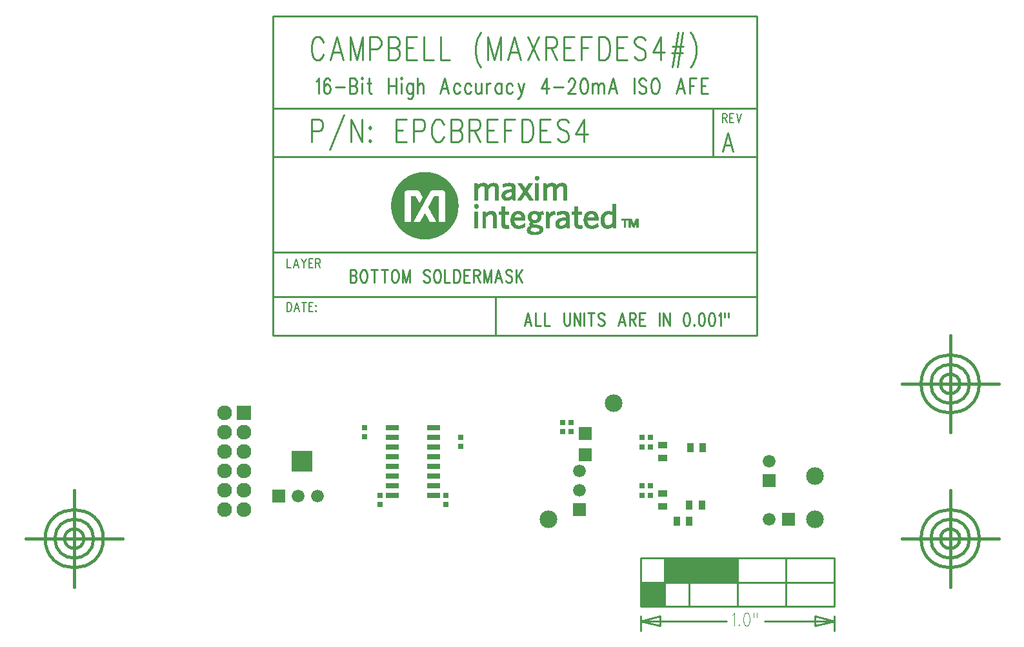
<source format=gbr>
*
*
G04 PADS 9.5 Build Number: 522968 generated Gerber (RS-274-X) file*
G04 PC Version=2.1*
*
%IN "MAXREFDES4_rev_A.pcb"*%
*
%MOIN*%
*
%FSLAX35Y35*%
*
*
*
*
G04 PC Standard Apertures*
*
*
G04 Thermal Relief Aperture macro.*
%AMTER*
1,1,$1,0,0*
1,0,$1-$2,0,0*
21,0,$3,$4,0,0,45*
21,0,$3,$4,0,0,135*
%
*
*
G04 Annular Aperture macro.*
%AMANN*
1,1,$1,0,0*
1,0,$2,0,0*
%
*
*
G04 Odd Aperture macro.*
%AMODD*
1,1,$1,0,0*
1,0,$1-0.005,0,0*
%
*
*
G04 PC Custom Aperture Macros*
*
*
*
*
*
*
G04 PC Aperture Table*
*
%ADD046C,0.015*%
%ADD177C,0.01*%
%ADD180C,0.007*%
%ADD185C,0.001*%
%ADD189C,0*%
%ADD195R,0.066X0.066*%
%ADD199C,0.066*%
%ADD201R,0.106X0.106*%
%ADD206R,0.076X0.076*%
%ADD235C,0.002*%
%ADD236R,0.028X0.028*%
%ADD238C,0.091*%
%ADD241R,0.066X0.031*%
%ADD242R,0.046X0.036*%
%ADD243R,0.036X0.046*%
%ADD244C,0.076*%
*
*
*
*
G04 PC Circuitry*
G04 Layer Name MAXREFDES4_rev_A.pcb - circuitry*
%LPD*%
*
*
G04 PC Custom Flashes*
G04 Layer Name MAXREFDES4_rev_A.pcb - flashes*
%LPD*%
*
*
G04 PC Circuitry*
G04 Layer Name MAXREFDES4_rev_A.pcb - circuitry*
%LPD*%
*
G54D46*
G01X2226250Y1553750D02*
Y1548750D01*
Y1543750*
Y1583750D02*
Y1553750D01*
X2206250Y1568750D02*
X2201250D01*
X2211250D02*
X2206250D01*
X2226250Y1583750D02*
Y1588750D01*
X2246250Y1568750D02*
X2251250D01*
X2241250D02*
X2246250D01*
X2211250D02*
X2241250D01*
X2231250D02*
G75*
G03X2231250I-5000J0D01*
G01X2241250D02*
G03X2241250I-15000J0D01*
G01X2236250D02*
G03X2236250I-10000J0D01*
G01X2226250Y1588750D02*
Y1593750D01*
Y1473750D02*
Y1468750D01*
Y1463750*
Y1503750D02*
Y1473750D01*
X2206250Y1488750D02*
X2201250D01*
X2211250D02*
X2206250D01*
X2226250Y1503750D02*
Y1508750D01*
X2246250Y1488750D02*
X2251250D01*
X2241250D02*
X2246250D01*
X2211250D02*
X2241250D01*
X2231250D02*
G03X2231250I-5000J0D01*
G01X2241250D02*
G03X2241250I-15000J0D01*
G01X2236250D02*
G03X2236250I-10000J0D01*
G01X2226250Y1508750D02*
Y1513750D01*
X1773750Y1473750D02*
Y1468750D01*
Y1463750*
Y1503750D02*
Y1473750D01*
X1753750Y1488750D02*
X1748750D01*
X1758750D02*
X1753750D01*
X1773750Y1503750D02*
Y1508750D01*
X1793750Y1488750D02*
X1798750D01*
X1788750D02*
X1793750D01*
X1758750D02*
X1788750D01*
X1778750D02*
G03X1778750I-5000J0D01*
G01X1788750D02*
G03X1788750I-15000J0D01*
G01X1783750D02*
G03X1783750I-10000J0D01*
G01X1773750Y1508750D02*
Y1513750D01*
G54D177*
X1916250Y1627813D02*
Y1621250D01*
Y1627813D02*
X1918295D01*
X1918295D02*
X1918977Y1627500D01*
X1919205Y1627188*
X1919205D02*
X1919432Y1626563D01*
X1919432D02*
Y1625938D01*
X1919432D02*
X1919205Y1625313D01*
X1919205D02*
X1918977Y1625000D01*
X1918295Y1624688*
X1916250D02*
X1918295D01*
X1918295D02*
X1918977Y1624375D01*
X1919205Y1624063*
X1919205D02*
X1919432Y1623438D01*
X1919432D02*
Y1622500D01*
X1919205Y1621875*
X1918977Y1621563*
X1918977D02*
X1918295Y1621250D01*
X1916250*
X1922841Y1627813D02*
X1922386Y1627500D01*
X1921932Y1626875*
X1921705Y1626250*
X1921477Y1625313*
X1921477D02*
Y1623750D01*
X1921705Y1622813*
X1921705D02*
X1921932Y1622188D01*
X1921932D02*
X1922386Y1621563D01*
X1922386D02*
X1922841Y1621250D01*
X1923750*
X1924205Y1621563*
X1924205D02*
X1924659Y1622188D01*
X1924659D02*
X1924886Y1622813D01*
X1924886D02*
X1925114Y1623750D01*
Y1625313*
X1925114D02*
X1924886Y1626250D01*
X1924659Y1626875*
X1924205Y1627500*
X1923750Y1627813*
X1923750D02*
X1922841D01*
X1928750D02*
Y1621250D01*
X1927159Y1627813D02*
X1930341D01*
X1933977D02*
Y1621250D01*
X1932386Y1627813D02*
X1935568D01*
X1938977D02*
X1938523Y1627500D01*
X1938068Y1626875*
X1937841Y1626250*
X1937614Y1625313*
X1937614D02*
Y1623750D01*
X1937841Y1622813*
X1937841D02*
X1938068Y1622188D01*
X1938068D02*
X1938523Y1621563D01*
X1938523D02*
X1938977Y1621250D01*
X1939886*
X1940341Y1621563*
X1940341D02*
X1940795Y1622188D01*
X1940795D02*
X1941023Y1622813D01*
X1941023D02*
X1941250Y1623750D01*
Y1625313*
X1941250D02*
X1941023Y1626250D01*
X1940795Y1626875*
X1940341Y1627500*
X1939886Y1627813*
X1939886D02*
X1938977D01*
X1943295D02*
Y1621250D01*
Y1627813D02*
X1945114Y1621250D01*
X1946932Y1627813D02*
X1945114Y1621250D01*
X1946932Y1627813D02*
Y1621250D01*
X1957386Y1626875D02*
X1956932Y1627500D01*
X1956250Y1627813*
X1956250D02*
X1955341D01*
X1955341D02*
X1954659Y1627500D01*
X1954205Y1626875*
Y1626250*
X1954432Y1625625*
X1954659Y1625313*
X1954659D02*
X1955114Y1625000D01*
X1956477Y1624375*
X1956932Y1624063*
X1956932D02*
X1957159Y1623750D01*
X1957386Y1623125*
Y1622188*
X1957386D02*
X1956932Y1621563D01*
X1956932D02*
X1956250Y1621250D01*
X1955341*
X1954659Y1621563*
X1954659D02*
X1954205Y1622188D01*
X1960795Y1627813D02*
X1960341Y1627500D01*
X1959886Y1626875*
X1959659Y1626250*
X1959432Y1625313*
X1959432D02*
Y1623750D01*
X1959659Y1622813*
X1959659D02*
X1959886Y1622188D01*
X1959886D02*
X1960341Y1621563D01*
X1960341D02*
X1960795Y1621250D01*
X1961705*
X1962159Y1621563*
X1962159D02*
X1962614Y1622188D01*
X1962614D02*
X1962841Y1622813D01*
X1962841D02*
X1963068Y1623750D01*
Y1625313*
X1963068D02*
X1962841Y1626250D01*
X1962614Y1626875*
X1962159Y1627500*
X1961705Y1627813*
X1961705D02*
X1960795D01*
X1965114D02*
Y1621250D01*
X1967841*
X1969886Y1627813D02*
Y1621250D01*
Y1627813D02*
X1971477D01*
X1971477D02*
X1972159Y1627500D01*
X1972614Y1626875*
X1972841Y1626250*
X1973068Y1625313*
X1973068D02*
Y1623750D01*
X1972841Y1622813*
X1972841D02*
X1972614Y1622188D01*
X1972614D02*
X1972159Y1621563D01*
X1972159D02*
X1971477Y1621250D01*
X1969886*
X1975114Y1627813D02*
Y1621250D01*
Y1627813D02*
X1978068D01*
X1975114Y1624688D02*
X1976932D01*
X1975114Y1621250D02*
X1978068D01*
X1980114Y1627813D02*
Y1621250D01*
Y1627813D02*
X1982159D01*
X1982159D02*
X1982841Y1627500D01*
X1983068Y1627188*
X1983068D02*
X1983295Y1626563D01*
X1983295D02*
Y1625938D01*
X1983295D02*
X1983068Y1625313D01*
X1983068D02*
X1982841Y1625000D01*
X1982159Y1624688*
X1982159D02*
X1980114D01*
X1981705D02*
X1983295Y1621250D01*
X1985341Y1627813D02*
Y1621250D01*
Y1627813D02*
X1987159Y1621250D01*
X1988977Y1627813D02*
X1987159Y1621250D01*
X1988977Y1627813D02*
Y1621250D01*
X1992841Y1627813D02*
X1991023Y1621250D01*
X1992841Y1627813D02*
X1994659Y1621250D01*
X1991705Y1623438D02*
X1993977D01*
X1999886Y1626875D02*
X1999432Y1627500D01*
X1998750Y1627813*
X1998750D02*
X1997841D01*
X1997841D02*
X1997159Y1627500D01*
X1996705Y1626875*
Y1626250*
X1996932Y1625625*
X1997159Y1625313*
X1997159D02*
X1997614Y1625000D01*
X1998977Y1624375*
X1999432Y1624063*
X1999432D02*
X1999659Y1623750D01*
X1999886Y1623125*
Y1622188*
X1999886D02*
X1999432Y1621563D01*
X1999432D02*
X1998750Y1621250D01*
X1997841*
X1997159Y1621563*
X1997159D02*
X1996705Y1622188D01*
X2001932Y1627813D02*
Y1621250D01*
X2005114Y1627813D02*
X2001932Y1623438D01*
X2003068Y1625000D02*
X2005114Y1621250D01*
X2066250Y1453750D02*
X2166250D01*
Y1478750*
X2066250*
Y1453750*
Y1446250D02*
X2110750D01*
X2066250D02*
X2076250Y1448750D01*
Y1443750*
X2066250Y1446250*
X2166250D02*
X2130386D01*
X2166250D02*
X2156250Y1443750D01*
Y1448750*
X2166250Y1446250*
X2066250Y1448750D02*
Y1441250D01*
X2166250Y1448750D02*
Y1441250D01*
X2068250Y1453750D02*
Y1466250D01*
X2069250Y1453750D02*
Y1466250D01*
X2070250D02*
Y1453750D01*
X2071250Y1466250D02*
Y1453750D01*
X2072250Y1466250D02*
Y1453750D01*
X2073250Y1466250D02*
Y1453750D01*
X2074250Y1466250D02*
Y1453750D01*
X2075250Y1466250D02*
Y1453750D01*
X2076250D02*
Y1466250D01*
X2077250Y1453750D02*
Y1466250D01*
X2080250D02*
Y1478750D01*
X2081250Y1466250D02*
Y1478750D01*
X2082250D02*
Y1466250D01*
X2083250Y1478750D02*
Y1466250D01*
X2084250Y1478750D02*
Y1466250D01*
X2085250Y1478750D02*
Y1466250D01*
X2086250Y1478750D02*
Y1466250D01*
X2087250Y1478750D02*
Y1466250D01*
X2088250D02*
Y1478750D01*
X2089250Y1466250D02*
Y1478750D01*
X2078750Y1453750D02*
Y1478750D01*
X2091250Y1453750D02*
Y1478750D01*
X2066250Y1466250D02*
X2166250D01*
X2141250Y1453750D02*
Y1478750D01*
X2116250Y1453750D02*
Y1478750D01*
X2067250Y1453750D02*
Y1466250D01*
X2077750Y1453750D02*
Y1466250D01*
X2079750D02*
Y1478750D01*
X2090250Y1466250D02*
Y1478750D01*
X2093250Y1466250D02*
Y1478750D01*
X2092250Y1466250D02*
Y1478750D01*
X2094250Y1466250D02*
Y1478750D01*
X2095250D02*
Y1466250D01*
X2096250Y1478750D02*
Y1466250D01*
X2097250Y1478750D02*
Y1466250D01*
X2098250Y1478750D02*
Y1466250D01*
X2099250Y1478750D02*
Y1466250D01*
X2101250D02*
Y1478750D01*
X2100250D02*
Y1466250D01*
X2102250D02*
Y1478750D01*
X2103250Y1466250D02*
Y1478750D01*
X2105250Y1466250D02*
Y1478750D01*
X2104250Y1466250D02*
Y1478750D01*
X2106250Y1466250D02*
Y1478750D01*
X2107250D02*
Y1466250D01*
X2108250Y1478750D02*
Y1466250D01*
X2109250Y1478750D02*
Y1466250D01*
X2110250Y1478750D02*
Y1466250D01*
X2111250Y1478750D02*
Y1466250D01*
X2112250Y1478750D02*
Y1466250D01*
X2113250D02*
Y1478750D01*
X2114250Y1466250D02*
Y1478750D01*
X2115250Y1466250D02*
Y1478750D01*
X2126250Y1593750D02*
Y1758750D01*
X1876250*
Y1593750*
X2126250*
X2103750Y1711250D02*
Y1686250D01*
X2126250Y1711250D02*
X1876250D01*
X2126250Y1686250D02*
X1876250D01*
X2126250Y1613750D02*
X1876250D01*
X2126250Y1636950D02*
X1876250D01*
X1991250Y1593750D02*
Y1613750D01*
X1898750Y1725125D02*
X1899295Y1725500D01*
X1900114Y1726625*
Y1718750*
X1905841Y1725500D02*
X1905568Y1726250D01*
X1904750Y1726625*
X1904205*
X1903386Y1726250*
X1902841Y1725125*
X1902568Y1723250*
Y1721375*
X1902841Y1719875*
X1903386Y1719125*
X1904205Y1718750*
X1904477*
X1905295Y1719125*
X1905841Y1719875*
X1906114Y1721000*
Y1721375*
X1905841Y1722500*
X1905295Y1723250*
X1904477Y1723625*
X1904205*
X1903386Y1723250*
X1902841Y1722500*
X1902568Y1721375*
X1908568Y1722125D02*
X1913477D01*
X1915932Y1726625D02*
Y1718750D01*
Y1726625D02*
X1918386D01*
X1919205Y1726250*
X1919477Y1725875*
X1919750Y1725125*
Y1724375*
X1919477Y1723625*
X1919205Y1723250*
X1918386Y1722875*
X1915932D02*
X1918386D01*
X1919205Y1722500*
X1919477Y1722125*
X1919750Y1721375*
Y1720250*
X1919477Y1719500*
X1919205Y1719125*
X1918386Y1718750*
X1915932*
X1922205Y1726625D02*
X1922477Y1726250D01*
X1922750Y1726625*
X1922477Y1727000*
X1922205Y1726625*
X1922477Y1724000D02*
Y1718750D01*
X1926023Y1726625D02*
Y1720250D01*
X1926295Y1719125*
X1926841Y1718750*
X1927386*
X1925205Y1724000D02*
X1927114D01*
X1936114Y1726625D02*
Y1718750D01*
X1939932Y1726625D02*
Y1718750D01*
X1936114Y1722875D02*
X1939932D01*
X1942386Y1726625D02*
X1942659Y1726250D01*
X1942932Y1726625*
X1942659Y1727000*
X1942386Y1726625*
X1942659Y1724000D02*
Y1718750D01*
X1948659Y1724000D02*
Y1718000D01*
X1948386Y1716875*
X1948114Y1716500*
X1947568Y1716125*
X1946750*
X1946205Y1716500*
X1948659Y1722875D02*
X1948114Y1723625D01*
X1947568Y1724000*
X1946750*
X1946205Y1723625*
X1945659Y1722875*
X1945386Y1721750*
Y1721000*
X1945659Y1719875*
X1946205Y1719125*
X1946750Y1718750*
X1947568*
X1948114Y1719125*
X1948659Y1719875*
X1951114Y1726625D02*
Y1718750D01*
Y1722500D02*
X1951932Y1723625D01*
X1952477Y1724000*
X1953295*
X1953841Y1723625*
X1954114Y1722500*
Y1718750*
X1965023Y1726625D02*
X1962841Y1718750D01*
X1965023Y1726625D02*
X1967205Y1718750D01*
X1963659Y1721375D02*
X1966386D01*
X1972932Y1722875D02*
X1972386Y1723625D01*
X1971841Y1724000*
X1971023*
X1970477Y1723625*
X1969932Y1722875*
X1969659Y1721750*
Y1721000*
X1969932Y1719875*
X1970477Y1719125*
X1971023Y1718750*
X1971841*
X1972386Y1719125*
X1972932Y1719875*
X1978659Y1722875D02*
X1978114Y1723625D01*
X1977568Y1724000*
X1976750*
X1976205Y1723625*
X1975659Y1722875*
X1975386Y1721750*
Y1721000*
X1975659Y1719875*
X1976205Y1719125*
X1976750Y1718750*
X1977568*
X1978114Y1719125*
X1978659Y1719875*
X1981114Y1724000D02*
Y1720250D01*
X1981386Y1719125*
X1981932Y1718750*
X1982750*
X1983295Y1719125*
X1984114Y1720250*
Y1724000D02*
Y1718750D01*
X1986568Y1724000D02*
Y1718750D01*
Y1721750D02*
X1986841Y1722875D01*
X1987386Y1723625*
X1987932Y1724000*
X1988750*
X1994477D02*
Y1718750D01*
Y1722875D02*
X1993932Y1723625D01*
X1993386Y1724000*
X1992568*
X1992023Y1723625*
X1991477Y1722875*
X1991205Y1721750*
Y1721000*
X1991477Y1719875*
X1992023Y1719125*
X1992568Y1718750*
X1993386*
X1993932Y1719125*
X1994477Y1719875*
X2000205Y1722875D02*
X1999659Y1723625D01*
X1999114Y1724000*
X1998295*
X1997750Y1723625*
X1997205Y1722875*
X1996932Y1721750*
Y1721000*
X1997205Y1719875*
X1997750Y1719125*
X1998295Y1718750*
X1999114*
X1999659Y1719125*
X2000205Y1719875*
X2002932Y1724000D02*
X2004568Y1718750D01*
X2006205Y1724000D02*
X2004568Y1718750D01*
X2004023Y1717250*
X2003477Y1716500*
X2002932Y1716125*
X2002659*
X2017659Y1726625D02*
X2014932Y1721375D01*
X2019023*
X2017659Y1726625D02*
Y1718750D01*
X2021477Y1722125D02*
X2026386D01*
X2029114Y1724750D02*
Y1725125D01*
X2029386Y1725875*
X2029659Y1726250*
X2030205Y1726625*
X2031295*
X2031841Y1726250*
X2032114Y1725875*
X2032386Y1725125*
Y1724375*
X2032114Y1723625*
X2031568Y1722500*
X2028841Y1718750*
X2032659*
X2036750Y1726625D02*
X2035932Y1726250D01*
X2035386Y1725125*
X2035114Y1723250*
Y1722125*
X2035386Y1720250*
X2035932Y1719125*
X2036750Y1718750*
X2037295*
X2038114Y1719125*
X2038659Y1720250*
X2038932Y1722125*
Y1723250*
X2038659Y1725125*
X2038114Y1726250*
X2037295Y1726625*
X2036750*
X2041386Y1724000D02*
Y1718750D01*
Y1722500D02*
X2042205Y1723625D01*
X2042750Y1724000*
X2043568*
X2044114Y1723625*
X2044386Y1722500*
Y1718750*
Y1722500D02*
X2045205Y1723625D01*
X2045750Y1724000*
X2046568*
X2047114Y1723625*
X2047386Y1722500*
Y1718750*
X2052023Y1726625D02*
X2049841Y1718750D01*
X2052023Y1726625D02*
X2054205Y1718750D01*
X2050659Y1721375D02*
X2053386D01*
X2062932Y1726625D02*
Y1718750D01*
X2069205Y1725500D02*
X2068659Y1726250D01*
X2067841Y1726625*
X2066750*
X2065932Y1726250*
X2065386Y1725500*
Y1724750*
X2065659Y1724000*
X2065932Y1723625*
X2066477Y1723250*
X2068114Y1722500*
X2068659Y1722125*
X2068932Y1721750*
X2069205Y1721000*
Y1719875*
X2068659Y1719125*
X2067841Y1718750*
X2066750*
X2065932Y1719125*
X2065386Y1719875*
X2073295Y1726625D02*
X2072750Y1726250D01*
X2072205Y1725500*
X2071932Y1724750*
X2071659Y1723625*
Y1721750*
X2071932Y1720625*
X2072205Y1719875*
X2072750Y1719125*
X2073295Y1718750*
X2074386*
X2074932Y1719125*
X2075477Y1719875*
X2075750Y1720625*
X2076023Y1721750*
Y1723625*
X2075750Y1724750*
X2075477Y1725500*
X2074932Y1726250*
X2074386Y1726625*
X2073295*
X2086932D02*
X2084750Y1718750D01*
X2086932Y1726625D02*
X2089114Y1718750D01*
X2085568Y1721375D02*
X2088295D01*
X2091568Y1726625D02*
Y1718750D01*
Y1726625D02*
X2095114D01*
X2091568Y1722875D02*
X2093750D01*
X2097568Y1726625D02*
Y1718750D01*
Y1726625D02*
X2101114D01*
X2097568Y1722875D02*
X2099750D01*
X2097568Y1718750D02*
X2101114D01*
X1902386Y1745250D02*
X1901977Y1746375D01*
X1901159Y1747500*
X1900341Y1748063*
X1900341D02*
X1898705D01*
X1898705D02*
X1897886Y1747500D01*
X1897068Y1746375*
X1896659Y1745250*
X1896250Y1743563*
X1896250D02*
Y1740750D01*
X1896659Y1739063*
X1896659D02*
X1897068Y1737938D01*
X1897068D02*
X1897886Y1736813D01*
X1897886D02*
X1898705Y1736250D01*
X1900341*
X1901159Y1736813*
X1901159D02*
X1901977Y1737938D01*
X1901977D02*
X1902386Y1739063D01*
X1909341Y1748063D02*
X1906068Y1736250D01*
X1909341Y1748063D02*
X1912614Y1736250D01*
X1907295Y1740188D02*
X1911386D01*
X1916295Y1748063D02*
Y1736250D01*
Y1748063D02*
X1919568Y1736250D01*
X1922841Y1748063D02*
X1919568Y1736250D01*
X1922841Y1748063D02*
Y1736250D01*
X1926523Y1748063D02*
Y1736250D01*
Y1748063D02*
X1930205D01*
X1930205D02*
X1931432Y1747500D01*
X1931841Y1746938*
X1931841D02*
X1932250Y1745813D01*
X1932250D02*
Y1744125D01*
X1931841Y1743000*
X1931432Y1742438*
X1931432D02*
X1930205Y1741875D01*
X1926523*
X1935932Y1748063D02*
Y1736250D01*
Y1748063D02*
X1939614D01*
X1939614D02*
X1940841Y1747500D01*
X1941250Y1746938*
X1941250D02*
X1941659Y1745813D01*
X1941659D02*
Y1744688D01*
X1941659D02*
X1941250Y1743563D01*
X1941250D02*
X1940841Y1743000D01*
X1939614Y1742438*
X1935932D02*
X1939614D01*
X1939614D02*
X1940841Y1741875D01*
X1941250Y1741313*
X1941250D02*
X1941659Y1740188D01*
X1941659D02*
Y1738500D01*
X1941250Y1737375*
X1940841Y1736813*
X1940841D02*
X1939614Y1736250D01*
X1935932*
X1945341Y1748063D02*
Y1736250D01*
Y1748063D02*
X1950659D01*
X1945341Y1742438D02*
X1948614D01*
X1945341Y1736250D02*
X1950659D01*
X1954341Y1748063D02*
Y1736250D01*
X1959250*
X1962932Y1748063D02*
Y1736250D01*
X1967841*
X1983795Y1750313D02*
X1982977Y1749188D01*
X1982977D02*
X1982159Y1747500D01*
X1981341Y1745250*
X1980932Y1742438*
X1980932D02*
Y1740188D01*
X1980932D02*
X1981341Y1737375D01*
X1982159Y1735125*
X1982977Y1733437*
X1982977D02*
X1983795Y1732312D01*
X1987477Y1748063D02*
Y1736250D01*
Y1748063D02*
X1990750Y1736250D01*
X1994023Y1748063D02*
X1990750Y1736250D01*
X1994023Y1748063D02*
Y1736250D01*
X2000977Y1748063D02*
X1997705Y1736250D01*
X2000977Y1748063D02*
X2004250Y1736250D01*
X1998932Y1740188D02*
X2003023D01*
X2007932Y1748063D02*
X2013659Y1736250D01*
Y1748063D02*
X2007932Y1736250D01*
X2017341Y1748063D02*
Y1736250D01*
Y1748063D02*
X2021023D01*
X2021023D02*
X2022250Y1747500D01*
X2022659Y1746938*
X2022659D02*
X2023068Y1745813D01*
X2023068D02*
Y1744688D01*
X2023068D02*
X2022659Y1743563D01*
X2022659D02*
X2022250Y1743000D01*
X2021023Y1742438*
X2021023D02*
X2017341D01*
X2020205D02*
X2023068Y1736250D01*
X2026750Y1748063D02*
Y1736250D01*
Y1748063D02*
X2032068D01*
X2026750Y1742438D02*
X2030023D01*
X2026750Y1736250D02*
X2032068D01*
X2035750Y1748063D02*
Y1736250D01*
Y1748063D02*
X2041068D01*
X2035750Y1742438D02*
X2039023D01*
X2044750Y1748063D02*
Y1736250D01*
Y1748063D02*
X2047614D01*
X2047614D02*
X2048841Y1747500D01*
X2049659Y1746375*
X2050068Y1745250*
X2050477Y1743563*
X2050477D02*
Y1740750D01*
X2050068Y1739063*
X2050068D02*
X2049659Y1737938D01*
X2049659D02*
X2048841Y1736813D01*
X2048841D02*
X2047614Y1736250D01*
X2044750*
X2054159Y1748063D02*
Y1736250D01*
Y1748063D02*
X2059477D01*
X2054159Y1742438D02*
X2057432D01*
X2054159Y1736250D02*
X2059477D01*
X2068886Y1746375D02*
X2068068Y1747500D01*
X2066841Y1748063*
X2066841D02*
X2065205D01*
X2065205D02*
X2063977Y1747500D01*
X2063159Y1746375*
Y1745250*
X2063568Y1744125*
X2063977Y1743563*
X2063977D02*
X2064795Y1743000D01*
X2067250Y1741875*
X2068068Y1741313*
X2068068D02*
X2068477Y1740750D01*
X2068886Y1739625*
Y1737938*
X2068886D02*
X2068068Y1736813D01*
X2068068D02*
X2066841Y1736250D01*
X2065205*
X2063977Y1736813*
X2063977D02*
X2063159Y1737938D01*
X2076659Y1748063D02*
X2072568Y1740188D01*
X2072568D02*
X2078705D01*
X2076659Y1748063D02*
Y1736250D01*
X2085659Y1750313D02*
X2082795Y1732312D01*
X2088114Y1750313D02*
X2085250Y1732312D01*
X2082795Y1743000D02*
X2088523D01*
X2082386Y1739625D02*
X2088114D01*
X2092205Y1750313D02*
X2093023Y1749188D01*
X2093023D02*
X2093841Y1747500D01*
X2094659Y1745250*
X2095068Y1742438*
X2095068D02*
Y1740188D01*
X2095068D02*
X2094659Y1737375D01*
X2093841Y1735125*
X2093023Y1733437*
X2093023D02*
X2092205Y1732312D01*
X1896250Y1705563D02*
Y1693750D01*
Y1705563D02*
X1899932D01*
X1899932D02*
X1901159Y1705000D01*
X1901568Y1704438*
X1901568D02*
X1901977Y1703313D01*
X1901977D02*
Y1701625D01*
X1901568Y1700500*
X1901159Y1699938*
X1901159D02*
X1899932Y1699375D01*
X1896250*
X1913023Y1707813D02*
X1905659Y1689812D01*
X1916705Y1705563D02*
Y1693750D01*
Y1705563D02*
X1922432Y1693750D01*
Y1705563D02*
Y1693750D01*
X1926523Y1701625D02*
X1926114Y1701063D01*
X1926114D02*
X1926523Y1700500D01*
X1926932Y1701063*
X1926932D02*
X1926523Y1701625D01*
Y1694875D02*
X1926114Y1694313D01*
X1926114D02*
X1926523Y1693750D01*
X1926932Y1694313*
X1926932D02*
X1926523Y1694875D01*
X1940023Y1705563D02*
Y1693750D01*
Y1705563D02*
X1945341D01*
X1940023Y1699938D02*
X1943295D01*
X1940023Y1693750D02*
X1945341D01*
X1949023Y1705563D02*
Y1693750D01*
Y1705563D02*
X1952705D01*
X1952705D02*
X1953932Y1705000D01*
X1954341Y1704438*
X1954341D02*
X1954750Y1703313D01*
X1954750D02*
Y1701625D01*
X1954341Y1700500*
X1953932Y1699938*
X1953932D02*
X1952705Y1699375D01*
X1949023*
X1964568Y1702750D02*
X1964159Y1703875D01*
X1963341Y1705000*
X1962523Y1705563*
X1962523D02*
X1960886D01*
X1960886D02*
X1960068Y1705000D01*
X1959250Y1703875*
X1958841Y1702750*
X1958432Y1701063*
X1958432D02*
Y1698250D01*
X1958841Y1696563*
X1958841D02*
X1959250Y1695438D01*
X1959250D02*
X1960068Y1694313D01*
X1960068D02*
X1960886Y1693750D01*
X1962523*
X1963341Y1694313*
X1963341D02*
X1964159Y1695438D01*
X1964159D02*
X1964568Y1696563D01*
X1968250Y1705563D02*
Y1693750D01*
Y1705563D02*
X1971932D01*
X1971932D02*
X1973159Y1705000D01*
X1973568Y1704438*
X1973568D02*
X1973977Y1703313D01*
X1973977D02*
Y1702188D01*
X1973977D02*
X1973568Y1701063D01*
X1973568D02*
X1973159Y1700500D01*
X1971932Y1699938*
X1968250D02*
X1971932D01*
X1971932D02*
X1973159Y1699375D01*
X1973568Y1698813*
X1973568D02*
X1973977Y1697688D01*
X1973977D02*
Y1696000D01*
X1973568Y1694875*
X1973159Y1694313*
X1973159D02*
X1971932Y1693750D01*
X1968250*
X1977659Y1705563D02*
Y1693750D01*
Y1705563D02*
X1981341D01*
X1981341D02*
X1982568Y1705000D01*
X1982977Y1704438*
X1982977D02*
X1983386Y1703313D01*
X1983386D02*
Y1702188D01*
X1983386D02*
X1982977Y1701063D01*
X1982977D02*
X1982568Y1700500D01*
X1981341Y1699938*
X1981341D02*
X1977659D01*
X1980523D02*
X1983386Y1693750D01*
X1987068Y1705563D02*
Y1693750D01*
Y1705563D02*
X1992386D01*
X1987068Y1699938D02*
X1990341D01*
X1987068Y1693750D02*
X1992386D01*
X1996068Y1705563D02*
Y1693750D01*
Y1705563D02*
X2001386D01*
X1996068Y1699938D02*
X1999341D01*
X2005068Y1705563D02*
Y1693750D01*
Y1705563D02*
X2007932D01*
X2007932D02*
X2009159Y1705000D01*
X2009977Y1703875*
X2010386Y1702750*
X2010795Y1701063*
X2010795D02*
Y1698250D01*
X2010386Y1696563*
X2010386D02*
X2009977Y1695438D01*
X2009977D02*
X2009159Y1694313D01*
X2009159D02*
X2007932Y1693750D01*
X2005068*
X2014477Y1705563D02*
Y1693750D01*
Y1705563D02*
X2019795D01*
X2014477Y1699938D02*
X2017750D01*
X2014477Y1693750D02*
X2019795D01*
X2029205Y1703875D02*
X2028386Y1705000D01*
X2027159Y1705563*
X2027159D02*
X2025523D01*
X2025523D02*
X2024295Y1705000D01*
X2023477Y1703875*
Y1702750*
X2023886Y1701625*
X2024295Y1701063*
X2024295D02*
X2025114Y1700500D01*
X2027568Y1699375*
X2028386Y1698813*
X2028386D02*
X2028795Y1698250D01*
X2029205Y1697125*
Y1695438*
X2029205D02*
X2028386Y1694313D01*
X2028386D02*
X2027159Y1693750D01*
X2025523*
X2024295Y1694313*
X2024295D02*
X2023477Y1695438D01*
X2036977Y1705563D02*
X2032886Y1697688D01*
X2032886D02*
X2039023D01*
X2036977Y1705563D02*
Y1693750D01*
X2111477Y1698594D02*
X2108750Y1688750D01*
X2111477Y1698594D02*
X2114205Y1688750D01*
X2109773Y1692031D02*
X2113182D01*
X2008068Y1605313D02*
X2006250Y1598750D01*
X2008068Y1605313D02*
X2009886Y1598750D01*
X2006932Y1600938D02*
X2009205D01*
X2011932Y1605313D02*
Y1598750D01*
X2014659*
X2016705Y1605313D02*
Y1598750D01*
X2019432*
X2026705Y1605313D02*
Y1600625D01*
X2026932Y1599688*
X2026932D02*
X2027386Y1599063D01*
X2027386D02*
X2028068Y1598750D01*
X2028523*
X2029205Y1599063*
X2029205D02*
X2029659Y1599688D01*
X2029659D02*
X2029886Y1600625D01*
Y1605313*
X2031932D02*
Y1598750D01*
Y1605313D02*
X2035114Y1598750D01*
Y1605313D02*
Y1598750D01*
X2037159Y1605313D02*
Y1598750D01*
X2040795Y1605313D02*
Y1598750D01*
X2039205Y1605313D02*
X2042386D01*
X2047614Y1604375D02*
X2047159Y1605000D01*
X2046477Y1605313*
X2046477D02*
X2045568D01*
X2045568D02*
X2044886Y1605000D01*
X2044432Y1604375*
Y1603750*
X2044659Y1603125*
X2044886Y1602813*
X2044886D02*
X2045341Y1602500D01*
X2046705Y1601875*
X2047159Y1601563*
X2047159D02*
X2047386Y1601250D01*
X2047614Y1600625*
Y1599688*
X2047614D02*
X2047159Y1599063D01*
X2047159D02*
X2046477Y1598750D01*
X2045568*
X2044886Y1599063*
X2044886D02*
X2044432Y1599688D01*
X2056705Y1605313D02*
X2054886Y1598750D01*
X2056705Y1605313D02*
X2058523Y1598750D01*
X2055568Y1600938D02*
X2057841D01*
X2060568Y1605313D02*
Y1598750D01*
Y1605313D02*
X2062614D01*
X2062614D02*
X2063295Y1605000D01*
X2063523Y1604688*
X2063523D02*
X2063750Y1604063D01*
X2063750D02*
Y1603438D01*
X2063750D02*
X2063523Y1602813D01*
X2063523D02*
X2063295Y1602500D01*
X2062614Y1602188*
X2062614D02*
X2060568D01*
X2062159D02*
X2063750Y1598750D01*
X2065795Y1605313D02*
Y1598750D01*
Y1605313D02*
X2068750D01*
X2065795Y1602188D02*
X2067614D01*
X2065795Y1598750D02*
X2068750D01*
X2076023Y1605313D02*
Y1598750D01*
X2078068Y1605313D02*
Y1598750D01*
Y1605313D02*
X2081250Y1598750D01*
Y1605313D02*
Y1598750D01*
X2089886Y1605313D02*
X2089205Y1605000D01*
X2088750Y1604063*
X2088750D02*
X2088523Y1602500D01*
Y1601563*
X2088523D02*
X2088750Y1600000D01*
X2089205Y1599063*
X2089205D02*
X2089886Y1598750D01*
X2090341*
X2091023Y1599063*
X2091023D02*
X2091477Y1600000D01*
X2091705Y1601563*
X2091705D02*
Y1602500D01*
X2091477Y1604063*
X2091477D02*
X2091023Y1605000D01*
X2090341Y1605313*
X2090341D02*
X2089886D01*
X2093977Y1599375D02*
X2093750Y1599063D01*
X2093750D02*
X2093977Y1598750D01*
X2094205Y1599063*
X2094205D02*
X2093977Y1599375D01*
X2097614Y1605313D02*
X2096932Y1605000D01*
X2096477Y1604063*
X2096477D02*
X2096250Y1602500D01*
Y1601563*
X2096250D02*
X2096477Y1600000D01*
X2096932Y1599063*
X2096932D02*
X2097614Y1598750D01*
X2098068*
X2098750Y1599063*
X2098750D02*
X2099205Y1600000D01*
X2099432Y1601563*
X2099432D02*
Y1602500D01*
X2099205Y1604063*
X2099205D02*
X2098750Y1605000D01*
X2098068Y1605313*
X2098068D02*
X2097614D01*
X2102841D02*
X2102159Y1605000D01*
X2101705Y1604063*
X2101705D02*
X2101477Y1602500D01*
Y1601563*
X2101477D02*
X2101705Y1600000D01*
X2102159Y1599063*
X2102159D02*
X2102841Y1598750D01*
X2103295*
X2103977Y1599063*
X2103977D02*
X2104432Y1600000D01*
X2104659Y1601563*
X2104659D02*
Y1602500D01*
X2104432Y1604063*
X2104432D02*
X2103977Y1605000D01*
X2103295Y1605313*
X2103295D02*
X2102841D01*
X2106705Y1604063D02*
X2107159Y1604375D01*
X2107841Y1605313*
X2107841D02*
Y1598750D01*
X2109886Y1605313D02*
Y1603125D01*
X2111705Y1605313D02*
Y1603125D01*
G54D180*
X1883750Y1610844D02*
Y1606250D01*
Y1610844D02*
X1884864D01*
X1885341Y1610625*
X1885659Y1610188*
X1885659D02*
X1885818Y1609750D01*
X1885977Y1609094*
Y1608000*
X1885818Y1607344*
X1885659Y1606906*
X1885341Y1606469*
X1884864Y1606250*
X1883750*
X1888682Y1610844D02*
X1887409Y1606250D01*
X1888682Y1610844D02*
X1889955Y1606250D01*
X1887886Y1607781D02*
X1889477D01*
X1892500Y1610844D02*
Y1606250D01*
X1891386Y1610844D02*
X1893614D01*
X1895045D02*
Y1606250D01*
Y1610844D02*
X1897114D01*
X1895045Y1608656D02*
X1896318D01*
X1895045Y1606250D02*
X1897114D01*
X1898705Y1609313D02*
X1898545Y1609094D01*
X1898705Y1608875*
X1898864Y1609094*
X1898705Y1609313*
Y1606688D02*
X1898545Y1606469D01*
X1898705Y1606250*
X1898864Y1606469*
X1898705Y1606688*
X1883750Y1633344D02*
Y1628750D01*
X1885659*
X1888364Y1633344D02*
X1887091Y1628750D01*
X1888364Y1633344D02*
X1889636Y1628750D01*
X1887568Y1630281D02*
X1889159D01*
X1891068Y1633344D02*
X1892341Y1631156D01*
Y1628750*
X1893614Y1633344D02*
X1892341Y1631156D01*
X1895045Y1633344D02*
Y1628750D01*
Y1633344D02*
X1897114D01*
X1895045Y1631156D02*
X1896318D01*
X1895045Y1628750D02*
X1897114D01*
X1898545Y1633344D02*
Y1628750D01*
Y1633344D02*
X1899977D01*
X1900455Y1633125*
X1900614Y1632906*
X1900773Y1632469*
Y1632031*
X1900614Y1631594*
X1900455Y1631375*
X1899977Y1631156*
X1898545*
X1899659D02*
X1900773Y1628750D01*
X2108750Y1708344D02*
Y1703750D01*
Y1708344D02*
X2110182D01*
X2110659Y1708125*
X2110818Y1707906*
X2110977Y1707469*
Y1707031*
X2110818Y1706594*
X2110659Y1706375*
X2110182Y1706156*
X2108750*
X2109864D02*
X2110977Y1703750D01*
X2112409Y1708344D02*
Y1703750D01*
Y1708344D02*
X2114477D01*
X2112409Y1706156D02*
X2113682D01*
X2112409Y1703750D02*
X2114477D01*
X2115909Y1708344D02*
X2117182Y1703750D01*
X2118455Y1708344D02*
X2117182Y1703750D01*
G54D185*
X2066250Y1453750D02*
X2066253D01*
X2166250D02*
X2166253D01*
G54D189*
X2113750Y1449063D02*
X2114205Y1449375D01*
X2114886Y1450313*
X2114886D02*
Y1443750D01*
X2117159Y1444375D02*
X2116932Y1444063D01*
X2116932D02*
X2117159Y1443750D01*
X2117386Y1444063*
X2117386D02*
X2117159Y1444375D01*
X2120795Y1450313D02*
X2120114Y1450000D01*
X2119659Y1449063*
X2119659D02*
X2119432Y1447500D01*
Y1446563*
X2119432D02*
X2119659Y1445000D01*
X2120114Y1444063*
X2120114D02*
X2120795Y1443750D01*
X2121250*
X2121932Y1444063*
X2121932D02*
X2122386Y1445000D01*
X2122614Y1446563*
X2122614D02*
Y1447500D01*
X2122386Y1449063*
X2122386D02*
X2121932Y1450000D01*
X2121250Y1450313*
X2121250D02*
X2120795D01*
X2124659D02*
Y1448125D01*
X2126477Y1450313D02*
Y1448125D01*
G54D195*
X2142750Y1498750D03*
X2132750Y1518750D03*
X1879250Y1510750D03*
X2034750Y1503750D03*
X2037750Y1543250D03*
Y1532250D03*
G54D199*
X2132750Y1498750D03*
Y1528750D03*
X1889250Y1510750D03*
X1899250D03*
X2034750Y1513750D03*
Y1523750D03*
G54D201*
X1891250Y1528750D03*
G54D206*
X1861250Y1553750D03*
G54D235*
X1953750Y1643750D02*
X1955766D01*
X1952675Y1643840D02*
X1956752D01*
X1952048Y1643929D02*
X1957468D01*
X1951511Y1644019D02*
X1957916D01*
X1951063Y1644108D02*
X1958362D01*
X1950704Y1644198D02*
X1958812D01*
X1950346Y1644287D02*
X1959170D01*
X1949988Y1644377D02*
X1959439D01*
X1949719Y1644467D02*
X1959797D01*
X1949361Y1644556D02*
X1960066D01*
X1949092Y1644646D02*
X1960335D01*
X1948913Y1644735D02*
X1960604D01*
X1948644Y1644825D02*
X1960783D01*
X1948375Y1644915D02*
X1961052D01*
X1948196Y1645004D02*
X1961320D01*
X1947927Y1645094D02*
X1961499D01*
X1947748Y1645183D02*
X1961679D01*
X1947569Y1645273D02*
X1961858D01*
X1947390Y1645362D02*
X1962126D01*
X1947211Y1645452D02*
X1962306D01*
X1947032Y1645542D02*
X1962485D01*
X1946852Y1645631D02*
X1962662D01*
X1946673Y1645721D02*
X1962841D01*
X1946494Y1645810D02*
X1962931D01*
X1946315Y1645900D02*
X1963110D01*
X1946136Y1645989D02*
X1963289D01*
X1946046Y1646079D02*
X1963468D01*
X2010632D02*
X2012290D01*
X1945867Y1646169D02*
X1963558D01*
X2010005D02*
X2013007D01*
X1945688Y1646258D02*
X1963737D01*
X2009557D02*
X2013365D01*
X1945598Y1646348D02*
X1963918D01*
X2009288D02*
X2013723D01*
X1945419Y1646437D02*
X1964008D01*
X2009020D02*
X2013903D01*
X1945330Y1646527D02*
X1964187D01*
X2008751D02*
X2014171D01*
X1945150Y1646617D02*
X1964276D01*
X2008572D02*
X2014351D01*
X1945061Y1646706D02*
X1964456D01*
X2008482D02*
X2014530D01*
X1944882Y1646796D02*
X1964545D01*
X2008303D02*
X2014619D01*
X1944792Y1646885D02*
X1964724D01*
X2008214D02*
X2014798D01*
X1944613Y1646975D02*
X1964814D01*
X2008124D02*
X2014888D01*
X1944523Y1647064D02*
X1964903D01*
X2008034D02*
X2014978D01*
X1944434Y1647154D02*
X1965083D01*
X2007945D02*
X2015067D01*
X1944255Y1647244D02*
X1965172D01*
X2007855D02*
X2015157D01*
X1944165Y1647333D02*
X1965262D01*
X2007766D02*
X2010767D01*
X2012424D02*
X2015246D01*
X1944076Y1647423D02*
X1965441D01*
X2007766D02*
X2010320D01*
X2012872D02*
X2015336D01*
X1943896Y1647512D02*
X1965530D01*
X2007676D02*
X2009961D01*
X2013140D02*
X2015425D01*
X1943807Y1647602D02*
X1965620D01*
X2007676D02*
X2009782D01*
X2013409D02*
X2015425D01*
X1943717Y1647691D02*
X1965710D01*
X2007586D02*
X2009603D01*
X2013588D02*
X2015515D01*
X1943628Y1647781D02*
X1965889D01*
X2007586D02*
X2009424D01*
X2013678D02*
X2015515D01*
X1943538Y1647871D02*
X1965978D01*
X2007586D02*
X2009334D01*
X2013857D02*
X2015605D01*
X1943359Y1647960D02*
X1966068D01*
X2007497D02*
X2009245D01*
X2013947D02*
X2015605D01*
X1943269Y1648050D02*
X1966157D01*
X2007497D02*
X2009245D01*
X2014036D02*
X2015605D01*
X1943180Y1648139D02*
X1966247D01*
X2007497D02*
X2009155D01*
X2014036D02*
X2015694D01*
X1943090Y1648229D02*
X1966337D01*
X2007497D02*
X2009155D01*
X2014126D02*
X2015694D01*
X1943001Y1648318D02*
X1966426D01*
X2007497D02*
X2009065D01*
X2014126D02*
X2015694D01*
X1942911Y1648408D02*
X1966516D01*
X2007497D02*
X2009065D01*
X2014126D02*
X2015694D01*
X1942821Y1648498D02*
X1966605D01*
X2007497D02*
X2009065D01*
X2014215D02*
X2015694D01*
X1942732Y1648587D02*
X1966785D01*
X2007497D02*
X2009065D01*
X2014215D02*
X2015694D01*
X1942642Y1648677D02*
X1966874D01*
X2007586D02*
X2009155D01*
X2014126D02*
X2015694D01*
X1942553Y1648766D02*
X1966964D01*
X2007586D02*
X2009155D01*
X2014126D02*
X2015694D01*
X1942463Y1648856D02*
X1967053D01*
X2007586D02*
X2009155D01*
X2014126D02*
X2015694D01*
X1942374Y1648946D02*
X1967143D01*
X2007586D02*
X2009245D01*
X2014036D02*
X2015694D01*
X1942284Y1649035D02*
X1967143D01*
X2007676D02*
X2009334D01*
X2013947D02*
X2015694D01*
X1942194Y1649125D02*
X1967232D01*
X2007676D02*
X2009334D01*
X2013857D02*
X2015694D01*
X1942105Y1649214D02*
X1967322D01*
X1996120D02*
X1997958D01*
X2002122D02*
X2004228D01*
X2007766D02*
X2009424D01*
X2013678D02*
X2015694D01*
X2024069D02*
X2025725D01*
X2033922D02*
X2035670D01*
X2039924D02*
X2041941D01*
X2048255D02*
X2049823D01*
X1942015Y1649304D02*
X1967412D01*
X1995762D02*
X1998316D01*
X2001764D02*
X2004586D01*
X2007766D02*
X2009513D01*
X2013499D02*
X2015694D01*
X2023711D02*
X2026083D01*
X2033564D02*
X2036028D01*
X2039566D02*
X2042388D01*
X2047897D02*
X2050182D01*
X1941926Y1649393D02*
X1967501D01*
X1980534D02*
X1982192D01*
X1984565D02*
X1986223D01*
X1989940D02*
X1991596D01*
X1995493D02*
X1998316D01*
X2001495D02*
X2004945D01*
X2007855D02*
X2009603D01*
X2013319D02*
X2015605D01*
X2017261D02*
X2018919D01*
X2023531D02*
X2026352D01*
X2028010D02*
X2029308D01*
X2033295D02*
X2036028D01*
X2039297D02*
X2042657D01*
X2047717D02*
X2050361D01*
X2052017D02*
X2053317D01*
X1941836Y1649483D02*
X1967591D01*
X1980534D02*
X1982192D01*
X1984565D02*
X1986223D01*
X1989940D02*
X1991596D01*
X1995314D02*
X1998316D01*
X2001316D02*
X2005214D01*
X2007945D02*
X2009782D01*
X2012961D02*
X2015605D01*
X2017261D02*
X2018919D01*
X2023352D02*
X2026531D01*
X2028010D02*
X2029308D01*
X2033116D02*
X2036028D01*
X2039028D02*
X2042926D01*
X2047538D02*
X2050540D01*
X2052017D02*
X2053317D01*
X1941747Y1649573D02*
X1967680D01*
X1980534D02*
X1982192D01*
X1984565D02*
X1986223D01*
X1989940D02*
X1991596D01*
X1995225D02*
X1998226D01*
X2001137D02*
X2005393D01*
X2008034D02*
X2009872D01*
X2012603D02*
X2015515D01*
X2017261D02*
X2018919D01*
X2023263D02*
X2026710D01*
X2028010D02*
X2029308D01*
X2032937D02*
X2036028D01*
X2038849D02*
X2043195D01*
X2047359D02*
X2050719D01*
X2051928D02*
X2053317D01*
X1941657Y1649662D02*
X1967770D01*
X1980534D02*
X1982192D01*
X1984565D02*
X1986223D01*
X1989940D02*
X1991596D01*
X1995046D02*
X1998226D01*
X2000958D02*
X2005572D01*
X2008124D02*
X2009961D01*
X2012065D02*
X2015515D01*
X2017261D02*
X2018919D01*
X2023083D02*
X2026890D01*
X2027921D02*
X2029308D01*
X2032847D02*
X2036028D01*
X2038760D02*
X2043374D01*
X2047180D02*
X2050898D01*
X2051928D02*
X2053317D01*
X1941657Y1649752D02*
X1967859D01*
X1980534D02*
X1982192D01*
X1984565D02*
X1986223D01*
X1989940D02*
X1991596D01*
X1994956D02*
X1998226D01*
X2000779D02*
X2005751D01*
X2008214D02*
X2010140D01*
X2011528D02*
X2015425D01*
X2017261D02*
X2018919D01*
X2022994D02*
X2027069D01*
X2027921D02*
X2029308D01*
X2032758D02*
X2036028D01*
X2038580D02*
X2043553D01*
X2047090D02*
X2050988D01*
X2051928D02*
X2053317D01*
X1941567Y1649841D02*
X1967949D01*
X1980534D02*
X1982192D01*
X1984565D02*
X1986223D01*
X1989940D02*
X1991596D01*
X1994866D02*
X1998226D01*
X2000689D02*
X2005930D01*
X2008303D02*
X2010320D01*
X2011080D02*
X2015425D01*
X2017261D02*
X2018919D01*
X2022904D02*
X2027158D01*
X2027921D02*
X2029308D01*
X2032668D02*
X2035939D01*
X2038491D02*
X2043732D01*
X2047001D02*
X2051167D01*
X2051928D02*
X2053317D01*
X1941478Y1649931D02*
X1967949D01*
X1980534D02*
X1982192D01*
X1984565D02*
X1986223D01*
X1989940D02*
X1991596D01*
X1994777D02*
X1998226D01*
X2000599D02*
X2006109D01*
X2008393D02*
X2010499D01*
X2010632D02*
X2015336D01*
X2017261D02*
X2018919D01*
X2022815D02*
X2027248D01*
X2027921D02*
X2029308D01*
X2032579D02*
X2035939D01*
X2038312D02*
X2043822D01*
X2046911D02*
X2051257D01*
X2051928D02*
X2053317D01*
X1941388Y1650020D02*
X1968039D01*
X1980534D02*
X1982192D01*
X1984565D02*
X1986223D01*
X1989940D02*
X1991596D01*
X1994777D02*
X1998226D01*
X2000510D02*
X2006199D01*
X2008482D02*
X2015246D01*
X2017261D02*
X2018919D01*
X2022725D02*
X2027427D01*
X2027921D02*
X2029308D01*
X2032489D02*
X2035939D01*
X2038222D02*
X2044001D01*
X2046822D02*
X2051346D01*
X2051928D02*
X2053317D01*
X1941299Y1650110D02*
X1968128D01*
X1980534D02*
X1982192D01*
X1984565D02*
X1986223D01*
X1989940D02*
X1991596D01*
X1994687D02*
X1998226D01*
X2000331D02*
X2006378D01*
X2008661D02*
X2015157D01*
X2017261D02*
X2018919D01*
X2022725D02*
X2027517D01*
X2027921D02*
X2029308D01*
X2032489D02*
X2035939D01*
X2038133D02*
X2044090D01*
X2046732D02*
X2051436D01*
X2051838D02*
X2053317D01*
X1941209Y1650200D02*
X1968218D01*
X1980534D02*
X1982192D01*
X1984565D02*
X1986223D01*
X1989940D02*
X1991596D01*
X1994687D02*
X1998137D01*
X2000241D02*
X2006468D01*
X2008751D02*
X2014978D01*
X2017261D02*
X2018919D01*
X2022636D02*
X2027606D01*
X2027831D02*
X2029308D01*
X2032400D02*
X2035939D01*
X2038043D02*
X2044270D01*
X2046643D02*
X2051525D01*
X2051838D02*
X2053317D01*
X1941209Y1650289D02*
X1968307D01*
X1980534D02*
X1982192D01*
X1984565D02*
X1986223D01*
X1989940D02*
X1991596D01*
X1994598D02*
X1998137D01*
X2000151D02*
X2006557D01*
X2008930D02*
X2014888D01*
X2017261D02*
X2018919D01*
X2022636D02*
X2027696D01*
X2027831D02*
X2029308D01*
X2032400D02*
X2035939D01*
X2037953D02*
X2044359D01*
X2046553D02*
X2051615D01*
X2051838D02*
X2053317D01*
X1941119Y1650379D02*
X1968307D01*
X1980534D02*
X1982192D01*
X1984565D02*
X1986223D01*
X1989940D02*
X1991596D01*
X1994598D02*
X1998137D01*
X2000151D02*
X2006557D01*
X2009020D02*
X2014709D01*
X2017261D02*
X2018919D01*
X2022546D02*
X2029308D01*
X2032310D02*
X2035939D01*
X2037864D02*
X2044359D01*
X2046463D02*
X2051705D01*
X2051838D02*
X2053317D01*
X1941030Y1650468D02*
X1968397D01*
X1980534D02*
X1982192D01*
X1984565D02*
X1986223D01*
X1989940D02*
X1991596D01*
X1994508D02*
X1998137D01*
X2000062D02*
X2006557D01*
X2009199D02*
X2014619D01*
X2017261D02*
X2018919D01*
X2022546D02*
X2029308D01*
X2032310D02*
X2035849D01*
X2037774D02*
X2044270D01*
X2046374D02*
X2053317D01*
X1940940Y1650558D02*
X1968487D01*
X1980534D02*
X1982192D01*
X1984565D02*
X1986223D01*
X1989940D02*
X1991596D01*
X1994508D02*
X1998137D01*
X1999972D02*
X2006557D01*
X2009199D02*
X2014351D01*
X2017261D02*
X2018919D01*
X2022456D02*
X2024919D01*
X2025502D02*
X2029308D01*
X2032310D02*
X2035849D01*
X2037774D02*
X2044270D01*
X2046374D02*
X2053317D01*
X1940940Y1650648D02*
X1968576D01*
X1980534D02*
X1982192D01*
X1984565D02*
X1986223D01*
X1989940D02*
X1991596D01*
X1994508D02*
X1998137D01*
X1999883D02*
X2002616D01*
X2004003D02*
X2006557D01*
X2009109D02*
X2014171D01*
X2017261D02*
X2018919D01*
X2022456D02*
X2024561D01*
X2025950D02*
X2029308D01*
X2032220D02*
X2035849D01*
X2037685D02*
X2040328D01*
X2041805D02*
X2044270D01*
X2046284D02*
X2049017D01*
X2049509D02*
X2053317D01*
X1940851Y1650737D02*
X1968576D01*
X1980534D02*
X1982192D01*
X1984565D02*
X1986223D01*
X1989940D02*
X1991596D01*
X1994508D02*
X1996614D01*
X1999883D02*
X2002347D01*
X2004362D02*
X2006468D01*
X2009020D02*
X2013903D01*
X2017261D02*
X2018919D01*
X2022456D02*
X2024381D01*
X2026219D02*
X2029308D01*
X2032220D02*
X2034416D01*
X2037595D02*
X2040059D01*
X2042164D02*
X2044270D01*
X2046284D02*
X2048659D01*
X2049957D02*
X2053317D01*
X1940761Y1650827D02*
X1968666D01*
X1980534D02*
X1982192D01*
X1984565D02*
X1986223D01*
X1989940D02*
X1991596D01*
X1994418D02*
X1996435D01*
X1999793D02*
X2002078D01*
X2004630D02*
X2006468D01*
X2008930D02*
X2013544D01*
X2017261D02*
X2018919D01*
X2022367D02*
X2024292D01*
X2026398D02*
X2029308D01*
X2032220D02*
X2034235D01*
X2037595D02*
X2039880D01*
X2042432D02*
X2044270D01*
X2046195D02*
X2048480D01*
X2050226D02*
X2053317D01*
X1940672Y1650916D02*
X1968755D01*
X1980534D02*
X1982192D01*
X1984565D02*
X1986223D01*
X1989940D02*
X1991596D01*
X1994418D02*
X1996345D01*
X1999704D02*
X2001899D01*
X2004899D02*
X2006468D01*
X2008930D02*
X2013186D01*
X2017261D02*
X2018919D01*
X2022367D02*
X2024202D01*
X2026577D02*
X2029308D01*
X2032220D02*
X2034056D01*
X2037506D02*
X2039701D01*
X2042611D02*
X2044270D01*
X2046195D02*
X2048301D01*
X2050405D02*
X2053317D01*
X1940672Y1651006D02*
X1968845D01*
X1980534D02*
X1982192D01*
X1984565D02*
X1986223D01*
X1989940D02*
X1991596D01*
X1994418D02*
X1996256D01*
X1999704D02*
X2001810D01*
X2005078D02*
X2006468D01*
X2008841D02*
X2012738D01*
X2017261D02*
X2018919D01*
X2022367D02*
X2024115D01*
X2026756D02*
X2029308D01*
X2032220D02*
X2033966D01*
X2037416D02*
X2039522D01*
X2042791D02*
X2044180D01*
X2046105D02*
X2048211D01*
X2050494D02*
X2053317D01*
X1940582Y1651095D02*
X1968845D01*
X1980534D02*
X1982192D01*
X1984565D02*
X1986223D01*
X1989940D02*
X1991596D01*
X1994418D02*
X1996166D01*
X1999614D02*
X2001720D01*
X2005257D02*
X2006468D01*
X2008841D02*
X2012201D01*
X2017261D02*
X2018919D01*
X2022367D02*
X2024115D01*
X2026935D02*
X2029308D01*
X2032220D02*
X2033966D01*
X2037416D02*
X2039432D01*
X2042970D02*
X2044180D01*
X2046105D02*
X2048121D01*
X2050674D02*
X2053317D01*
X1940492Y1651185D02*
X1968934D01*
X1980534D02*
X1982192D01*
X1984565D02*
X1986223D01*
X1989940D02*
X1991596D01*
X1994418D02*
X1996166D01*
X1999614D02*
X2001630D01*
X2005437D02*
X2006468D01*
X2008841D02*
X2011663D01*
X2017261D02*
X2018919D01*
X2022367D02*
X2024025D01*
X2027025D02*
X2029308D01*
X2032131D02*
X2033877D01*
X2037326D02*
X2039343D01*
X2043149D02*
X2044180D01*
X2046015D02*
X2048032D01*
X2050763D02*
X2053317D01*
X1940492Y1651275D02*
X1969024D01*
X1980534D02*
X1982192D01*
X1984565D02*
X1986223D01*
X1989940D02*
X1991596D01*
X1994418D02*
X1996077D01*
X1999524D02*
X2001541D01*
X2005526D02*
X2006378D01*
X2008751D02*
X2011215D01*
X2017261D02*
X2018919D01*
X2022277D02*
X2024025D01*
X2027204D02*
X2029308D01*
X2032131D02*
X2033877D01*
X2037326D02*
X2039253D01*
X2043328D02*
X2044180D01*
X2046015D02*
X2047942D01*
X2050853D02*
X2053317D01*
X1940403Y1651364D02*
X1969024D01*
X1980534D02*
X1982192D01*
X1984565D02*
X1986223D01*
X1989940D02*
X1991596D01*
X1994418D02*
X1996077D01*
X1999524D02*
X2001451D01*
X2005705D02*
X2006378D01*
X2008751D02*
X2010857D01*
X2017261D02*
X2018919D01*
X2022277D02*
X2023935D01*
X2027294D02*
X2029308D01*
X2032131D02*
X2033787D01*
X2037326D02*
X2039164D01*
X2043418D02*
X2044180D01*
X2045926D02*
X2047853D01*
X2051032D02*
X2053317D01*
X1940313Y1651454D02*
X1969114D01*
X1980534D02*
X1982192D01*
X1984565D02*
X1986223D01*
X1989940D02*
X1991596D01*
X1994418D02*
X1996077D01*
X1999524D02*
X2001362D01*
X2005795D02*
X2006378D01*
X2008751D02*
X2010588D01*
X2017261D02*
X2018919D01*
X2022277D02*
X2023935D01*
X2027383D02*
X2029308D01*
X2032131D02*
X2033787D01*
X2037237D02*
X2039074D01*
X2043597D02*
X2044180D01*
X2045926D02*
X2047853D01*
X2051121D02*
X2053317D01*
X1940313Y1651543D02*
X1969203D01*
X1980534D02*
X1982192D01*
X1984565D02*
X1986223D01*
X1989940D02*
X1991596D01*
X1994418D02*
X1995987D01*
X1999435D02*
X2001272D01*
X2005974D02*
X2006378D01*
X2008841D02*
X2010499D01*
X2017261D02*
X2018919D01*
X2022277D02*
X2023935D01*
X2027473D02*
X2029308D01*
X2032131D02*
X2033787D01*
X2037237D02*
X2039074D01*
X2043686D02*
X2044090D01*
X2045926D02*
X2047763D01*
X2051211D02*
X2053317D01*
X1940224Y1651633D02*
X1969203D01*
X1980534D02*
X1982192D01*
X1984565D02*
X1986223D01*
X1989940D02*
X1991596D01*
X1994418D02*
X1995987D01*
X1999435D02*
X2001272D01*
X2006064D02*
X2006378D01*
X2008841D02*
X2010409D01*
X2017261D02*
X2018919D01*
X2022277D02*
X2023935D01*
X2027562D02*
X2029308D01*
X2032131D02*
X2033787D01*
X2037147D02*
X2038984D01*
X2043866D02*
X2044090D01*
X2045836D02*
X2047674D01*
X2051301D02*
X2053317D01*
X1940134Y1651722D02*
X1969293D01*
X1980534D02*
X1982192D01*
X1984565D02*
X1986223D01*
X1989940D02*
X1991596D01*
X1994418D02*
X1995987D01*
X1999435D02*
X2001183D01*
X2006153D02*
X2006378D01*
X2008841D02*
X2010409D01*
X2017261D02*
X2018919D01*
X2022277D02*
X2023935D01*
X2027652D02*
X2029308D01*
X2032131D02*
X2033787D01*
X2037147D02*
X2038984D01*
X2043955D02*
X2044090D01*
X2045836D02*
X2047674D01*
X2051390D02*
X2053317D01*
X1940134Y1651812D02*
X1969382D01*
X1980534D02*
X1982192D01*
X1984565D02*
X1986223D01*
X1989940D02*
X1991596D01*
X1994418D02*
X1995987D01*
X1999345D02*
X2001183D01*
X2008841D02*
X2010409D01*
X2017261D02*
X2018919D01*
X2022277D02*
X2023935D01*
X2027742D02*
X2029308D01*
X2032131D02*
X2033787D01*
X2037147D02*
X2038895D01*
X2045836D02*
X2047584D01*
X2051390D02*
X2053317D01*
X1940045Y1651902D02*
X1969382D01*
X1980534D02*
X1982192D01*
X1984565D02*
X1986223D01*
X1989940D02*
X1991596D01*
X1994418D02*
X1995987D01*
X1999345D02*
X2001093D01*
X2008930D02*
X2010499D01*
X2017261D02*
X2018919D01*
X2022367D02*
X2023935D01*
X2027742D02*
X2029308D01*
X2032131D02*
X2033787D01*
X2037147D02*
X2038895D01*
X2045836D02*
X2047584D01*
X2051480D02*
X2053317D01*
X1939955Y1651991D02*
X1969472D01*
X1980534D02*
X1982192D01*
X1984565D02*
X1986223D01*
X1989940D02*
X1991596D01*
X1994418D02*
X1995987D01*
X1999345D02*
X2001093D01*
X2009020D02*
X2010588D01*
X2017261D02*
X2018919D01*
X2022367D02*
X2024025D01*
X2027742D02*
X2029308D01*
X2032131D02*
X2033787D01*
X2037058D02*
X2038805D01*
X2045747D02*
X2047584D01*
X2051569D02*
X2053317D01*
X1939955Y1652081D02*
X1969472D01*
X1980534D02*
X1982192D01*
X1984565D02*
X1986223D01*
X1989940D02*
X1991596D01*
X1994418D02*
X1995987D01*
X1999345D02*
X2001003D01*
X2009020D02*
X2010678D01*
X2017261D02*
X2018919D01*
X2022367D02*
X2024025D01*
X2027742D02*
X2029308D01*
X2032131D02*
X2033787D01*
X2037058D02*
X2038805D01*
X2045747D02*
X2047494D01*
X2051659D02*
X2053317D01*
X1939865Y1652170D02*
X1969561D01*
X1980534D02*
X1982192D01*
X1984565D02*
X1986223D01*
X1989940D02*
X1991596D01*
X1994418D02*
X1995987D01*
X1999256D02*
X2001003D01*
X2009109D02*
X2012111D01*
X2017261D02*
X2018919D01*
X2022367D02*
X2024025D01*
X2027742D02*
X2029308D01*
X2032131D02*
X2033787D01*
X2037058D02*
X2038716D01*
X2045747D02*
X2047494D01*
X2051659D02*
X2053317D01*
X1939865Y1652260D02*
X1969651D01*
X1980534D02*
X1982192D01*
X1984565D02*
X1986223D01*
X1989940D02*
X1991596D01*
X1994418D02*
X1995987D01*
X1999256D02*
X2001003D01*
X2009199D02*
X2012469D01*
X2017261D02*
X2018919D01*
X2022367D02*
X2024115D01*
X2027742D02*
X2029308D01*
X2032131D02*
X2033787D01*
X2037058D02*
X2038716D01*
X2045747D02*
X2047494D01*
X2051659D02*
X2053317D01*
X1939776Y1652350D02*
X1969651D01*
X1980534D02*
X1982192D01*
X1984565D02*
X1986223D01*
X1989940D02*
X1991596D01*
X1994418D02*
X1995987D01*
X1999256D02*
X2000914D01*
X2009288D02*
X2012738D01*
X2017261D02*
X2018919D01*
X2022367D02*
X2024115D01*
X2027742D02*
X2029308D01*
X2032131D02*
X2033787D01*
X2036968D02*
X2038716D01*
X2045747D02*
X2047405D01*
X2051659D02*
X2053317D01*
X1939776Y1652439D02*
X1969741D01*
X1980534D02*
X1982192D01*
X1984565D02*
X1986223D01*
X1989940D02*
X1991596D01*
X1994418D02*
X1995987D01*
X1999256D02*
X2000914D01*
X2009468D02*
X2013007D01*
X2017261D02*
X2018919D01*
X2022456D02*
X2024202D01*
X2027742D02*
X2029308D01*
X2032131D02*
X2033787D01*
X2036968D02*
X2038716D01*
X2045747D02*
X2047405D01*
X2051659D02*
X2053317D01*
X1939686Y1652529D02*
X1969741D01*
X1980534D02*
X1982192D01*
X1984565D02*
X1986223D01*
X1989940D02*
X1991596D01*
X1994418D02*
X1995987D01*
X1999256D02*
X2000914D01*
X2009557D02*
X2013186D01*
X2017261D02*
X2018919D01*
X2022456D02*
X2024292D01*
X2027742D02*
X2029308D01*
X2032131D02*
X2033787D01*
X2036968D02*
X2038626D01*
X2045747D02*
X2047405D01*
X2051659D02*
X2053317D01*
X1939597Y1652618D02*
X1944032D01*
X1947659D02*
X1948598D01*
X1952406D02*
X1957021D01*
X1960827D02*
X1961768D01*
X1965395D02*
X1969830D01*
X1980534D02*
X1982192D01*
X1984565D02*
X1986223D01*
X1989940D02*
X1991596D01*
X1994418D02*
X1995987D01*
X1999166D02*
X2000914D01*
X2009468D02*
X2013365D01*
X2017261D02*
X2018919D01*
X2022456D02*
X2024381D01*
X2027742D02*
X2029308D01*
X2032131D02*
X2033787D01*
X2036968D02*
X2038626D01*
X2045657D02*
X2047405D01*
X2051659D02*
X2053317D01*
X1939597Y1652708D02*
X1944032D01*
X1947659D02*
X1948688D01*
X1952496D02*
X1957021D01*
X1960827D02*
X1961768D01*
X1965395D02*
X1969830D01*
X1980534D02*
X1982192D01*
X1984565D02*
X1986223D01*
X1989940D02*
X1991596D01*
X1994418D02*
X1995987D01*
X1999166D02*
X2000824D01*
X2009378D02*
X2013455D01*
X2017261D02*
X2018919D01*
X2022546D02*
X2024471D01*
X2027742D02*
X2029308D01*
X2032131D02*
X2033787D01*
X2036968D02*
X2038626D01*
X2045657D02*
X2047405D01*
X2051659D02*
X2053317D01*
X1939507Y1652797D02*
X1944032D01*
X1947659D02*
X1948688D01*
X1952496D02*
X1956931D01*
X1960737D02*
X1961768D01*
X1965395D02*
X1969920D01*
X1980534D02*
X1982192D01*
X1984565D02*
X1986223D01*
X1989940D02*
X1991596D01*
X1994418D02*
X1995987D01*
X1999166D02*
X2000824D01*
X2009199D02*
X2013634D01*
X2017261D02*
X2018919D01*
X2022546D02*
X2024561D01*
X2027742D02*
X2029308D01*
X2032131D02*
X2033787D01*
X2036968D02*
X2038626D01*
X2045657D02*
X2047405D01*
X2051659D02*
X2053317D01*
X1939507Y1652887D02*
X1944032D01*
X1947659D02*
X1948779D01*
X1952585D02*
X1956931D01*
X1960737D02*
X1961768D01*
X1965395D02*
X1970009D01*
X1980534D02*
X1982192D01*
X1984565D02*
X1986223D01*
X1989940D02*
X1991596D01*
X1994418D02*
X1995987D01*
X1999166D02*
X2000824D01*
X2009109D02*
X2013723D01*
X2017261D02*
X2018919D01*
X2022636D02*
X2024740D01*
X2027742D02*
X2029308D01*
X2032131D02*
X2033787D01*
X2036968D02*
X2038626D01*
X2045657D02*
X2047315D01*
X2051659D02*
X2053317D01*
X1939417Y1652977D02*
X1944032D01*
X1947659D02*
X1948779D01*
X1952585D02*
X1956841D01*
X1960648D02*
X1961768D01*
X1965395D02*
X1970009D01*
X1980534D02*
X1982192D01*
X1984565D02*
X1986223D01*
X1989940D02*
X1991596D01*
X1994418D02*
X1995987D01*
X1999166D02*
X2000824D01*
X2009020D02*
X2013813D01*
X2017261D02*
X2018919D01*
X2022636D02*
X2024919D01*
X2027742D02*
X2029308D01*
X2032131D02*
X2033787D01*
X2036968D02*
X2038537D01*
X2045657D02*
X2047315D01*
X2051659D02*
X2053317D01*
X1939417Y1653066D02*
X1944032D01*
X1947659D02*
X1948869D01*
X1952675D02*
X1956752D01*
X1960558D02*
X1961768D01*
X1965395D02*
X1970099D01*
X1980534D02*
X1982192D01*
X1984565D02*
X1986223D01*
X1989940D02*
X1991596D01*
X1994418D02*
X1995987D01*
X1999166D02*
X2000824D01*
X2008930D02*
X2013903D01*
X2017261D02*
X2018919D01*
X2022725D02*
X2025098D01*
X2027742D02*
X2029308D01*
X2032131D02*
X2033787D01*
X2036879D02*
X2038537D01*
X2045657D02*
X2047315D01*
X2051659D02*
X2053317D01*
X1939328Y1653156D02*
X1944032D01*
X1947659D02*
X1948869D01*
X1952675D02*
X1956752D01*
X1960558D02*
X1961768D01*
X1965395D02*
X1970099D01*
X1980534D02*
X1982192D01*
X1984565D02*
X1986223D01*
X1989940D02*
X1991596D01*
X1994418D02*
X1995987D01*
X1999166D02*
X2000824D01*
X2008841D02*
X2013992D01*
X2017261D02*
X2018919D01*
X2022815D02*
X2025277D01*
X2027742D02*
X2029308D01*
X2032131D02*
X2033787D01*
X2036879D02*
X2038537D01*
X2045657D02*
X2047315D01*
X2051659D02*
X2053317D01*
X1939328Y1653245D02*
X1944032D01*
X1947659D02*
X1948958D01*
X1952765D02*
X1956662D01*
X1960468D02*
X1961768D01*
X1965395D02*
X1970189D01*
X1980534D02*
X1982192D01*
X1984565D02*
X1986223D01*
X1989940D02*
X1991596D01*
X1994418D02*
X1995987D01*
X1999166D02*
X2000824D01*
X2008751D02*
X2014082D01*
X2017261D02*
X2018919D01*
X2022815D02*
X2025546D01*
X2027742D02*
X2029308D01*
X2032131D02*
X2033787D01*
X2036879D02*
X2038537D01*
X2045657D02*
X2047315D01*
X2051659D02*
X2053317D01*
X1939238Y1653335D02*
X1944032D01*
X1947659D02*
X1949048D01*
X1952854D02*
X1956662D01*
X1960468D02*
X1961768D01*
X1965395D02*
X1970189D01*
X1980534D02*
X1982192D01*
X1984565D02*
X1986223D01*
X1989940D02*
X1991596D01*
X1994418D02*
X1995987D01*
X1999166D02*
X2000824D01*
X2008661D02*
X2014171D01*
X2017261D02*
X2018919D01*
X2022904D02*
X2025904D01*
X2027742D02*
X2029308D01*
X2032131D02*
X2033787D01*
X2036879D02*
X2038537D01*
X2045657D02*
X2047315D01*
X2051659D02*
X2053317D01*
X1939238Y1653424D02*
X1944032D01*
X1947659D02*
X1949048D01*
X1952854D02*
X1956573D01*
X1960379D02*
X1961768D01*
X1965395D02*
X1970278D01*
X1980534D02*
X1982192D01*
X1984565D02*
X1986223D01*
X1989940D02*
X1991596D01*
X1994418D02*
X1995987D01*
X1999166D02*
X2006557D01*
X2008572D02*
X2010857D01*
X2011976D02*
X2014261D01*
X2017261D02*
X2018919D01*
X2022994D02*
X2026263D01*
X2027742D02*
X2029308D01*
X2032131D02*
X2033787D01*
X2036879D02*
X2044359D01*
X2045657D02*
X2047315D01*
X2051659D02*
X2053317D01*
X1939149Y1653514D02*
X1944032D01*
X1947659D02*
X1949138D01*
X1952944D02*
X1956573D01*
X1960379D02*
X1961768D01*
X1965395D02*
X1970278D01*
X1980534D02*
X1982192D01*
X1984565D02*
X1986223D01*
X1989940D02*
X1991596D01*
X1994418D02*
X1995987D01*
X1999166D02*
X2006557D01*
X2008572D02*
X2010588D01*
X2012155D02*
X2014261D01*
X2017261D02*
X2018919D01*
X2023083D02*
X2026710D01*
X2027742D02*
X2029308D01*
X2032131D02*
X2033787D01*
X2036879D02*
X2044359D01*
X2045657D02*
X2047315D01*
X2051659D02*
X2053317D01*
X1939149Y1653604D02*
X1944032D01*
X1947659D02*
X1949138D01*
X1952944D02*
X1956483D01*
X1960289D02*
X1961768D01*
X1965395D02*
X1970368D01*
X1980534D02*
X1982192D01*
X1984565D02*
X1986223D01*
X1989940D02*
X1991596D01*
X1994418D02*
X1995987D01*
X1999166D02*
X2006557D01*
X2008482D02*
X2010409D01*
X2012334D02*
X2014351D01*
X2017261D02*
X2018919D01*
X2023173D02*
X2027427D01*
X2027742D02*
X2029308D01*
X2032131D02*
X2033787D01*
X2036879D02*
X2044359D01*
X2045657D02*
X2047315D01*
X2051659D02*
X2053317D01*
X1939059Y1653693D02*
X1944032D01*
X1947659D02*
X1949227D01*
X1953033D02*
X1956483D01*
X1960289D02*
X1961768D01*
X1965395D02*
X1970368D01*
X1980534D02*
X1982192D01*
X1984565D02*
X1986223D01*
X1989940D02*
X1991596D01*
X1994418D02*
X1995987D01*
X1999166D02*
X2006557D01*
X2008393D02*
X2010320D01*
X2012513D02*
X2014351D01*
X2017261D02*
X2018919D01*
X2023352D02*
X2029308D01*
X2032131D02*
X2033787D01*
X2036879D02*
X2044359D01*
X2045657D02*
X2047315D01*
X2051659D02*
X2053317D01*
X1939059Y1653783D02*
X1944032D01*
X1947659D02*
X1949227D01*
X1953033D02*
X1956393D01*
X1960200D02*
X1961768D01*
X1965395D02*
X1970368D01*
X1980534D02*
X1982192D01*
X1984565D02*
X1986223D01*
X1989940D02*
X1991596D01*
X1994418D02*
X1995987D01*
X1999166D02*
X2006557D01*
X2008393D02*
X2010230D01*
X2012603D02*
X2014440D01*
X2017261D02*
X2018919D01*
X2023442D02*
X2029308D01*
X2032131D02*
X2033787D01*
X2036879D02*
X2044359D01*
X2045657D02*
X2047315D01*
X2051659D02*
X2053317D01*
X1938970Y1653872D02*
X1944032D01*
X1947659D02*
X1949317D01*
X1953123D02*
X1956304D01*
X1960110D02*
X1961768D01*
X1965395D02*
X1970457D01*
X1980534D02*
X1982192D01*
X1984565D02*
X1986223D01*
X1989940D02*
X1991596D01*
X1994418D02*
X1995987D01*
X1999166D02*
X2006557D01*
X2008303D02*
X2010140D01*
X2012692D02*
X2014440D01*
X2017261D02*
X2018919D01*
X2023531D02*
X2029308D01*
X2032131D02*
X2033787D01*
X2036879D02*
X2044359D01*
X2045657D02*
X2047315D01*
X2051659D02*
X2053317D01*
X1938970Y1653962D02*
X1944032D01*
X1947659D02*
X1949317D01*
X1953123D02*
X1956304D01*
X1960110D02*
X1961768D01*
X1965395D02*
X1970457D01*
X1980534D02*
X1982192D01*
X1984565D02*
X1986223D01*
X1989940D02*
X1991596D01*
X1994418D02*
X1995987D01*
X1999166D02*
X2006557D01*
X2008303D02*
X2010051D01*
X2012782D02*
X2014530D01*
X2017261D02*
X2018919D01*
X2023711D02*
X2029308D01*
X2032131D02*
X2033787D01*
X2036879D02*
X2044359D01*
X2045657D02*
X2047315D01*
X2051659D02*
X2053317D01*
X1938970Y1654051D02*
X1944032D01*
X1947659D02*
X1949405D01*
X1953213D02*
X1956212D01*
X1960020D02*
X1961768D01*
X1965395D02*
X1970547D01*
X1980534D02*
X1982192D01*
X1984565D02*
X1986223D01*
X1989940D02*
X1991596D01*
X1994418D02*
X1995987D01*
X1999166D02*
X2006557D01*
X2008303D02*
X2009961D01*
X2012782D02*
X2014530D01*
X2017261D02*
X2018919D01*
X2023890D02*
X2029308D01*
X2032131D02*
X2033787D01*
X2036879D02*
X2044359D01*
X2045657D02*
X2047315D01*
X2051659D02*
X2053317D01*
X1938880Y1654141D02*
X1944032D01*
X1947659D02*
X1949494D01*
X1953302D02*
X1956212D01*
X1960020D02*
X1961768D01*
X1965395D02*
X1970547D01*
X1980534D02*
X1982192D01*
X1984565D02*
X1986223D01*
X1989940D02*
X1991596D01*
X1994418D02*
X1995987D01*
X1999166D02*
X2006557D01*
X2008214D02*
X2009961D01*
X2012872D02*
X2014619D01*
X2017261D02*
X2018919D01*
X2024069D02*
X2029308D01*
X2032131D02*
X2033787D01*
X2036879D02*
X2044359D01*
X2045657D02*
X2047405D01*
X2051659D02*
X2053317D01*
X1938880Y1654231D02*
X1944032D01*
X1947659D02*
X1949494D01*
X1953302D02*
X1956123D01*
X1959931D02*
X1961768D01*
X1965395D02*
X1970636D01*
X1980534D02*
X1982192D01*
X1984565D02*
X1986223D01*
X1989940D02*
X1991596D01*
X1994418D02*
X1995987D01*
X1999166D02*
X2006557D01*
X2008214D02*
X2009872D01*
X2012961D02*
X2014619D01*
X2017261D02*
X2018919D01*
X2024248D02*
X2029308D01*
X2032131D02*
X2033787D01*
X2036879D02*
X2044359D01*
X2045747D02*
X2047405D01*
X2051659D02*
X2053317D01*
X1938790Y1654320D02*
X1944032D01*
X1947659D02*
X1949584D01*
X1953392D02*
X1956123D01*
X1959931D02*
X1961768D01*
X1965395D02*
X1970636D01*
X1980534D02*
X1982192D01*
X1984565D02*
X1986223D01*
X1989940D02*
X1991596D01*
X1994418D02*
X1995987D01*
X1999166D02*
X2006557D01*
X2008214D02*
X2009872D01*
X2012961D02*
X2014619D01*
X2017261D02*
X2018919D01*
X2024517D02*
X2029308D01*
X2032131D02*
X2033787D01*
X2036968D02*
X2044359D01*
X2045747D02*
X2047405D01*
X2051659D02*
X2053317D01*
X1938790Y1654410D02*
X1944032D01*
X1947659D02*
X1949584D01*
X1953392D02*
X1956033D01*
X1959841D02*
X1961768D01*
X1965395D02*
X1970726D01*
X1980534D02*
X1982192D01*
X1984565D02*
X1986223D01*
X1989940D02*
X1991596D01*
X1994418D02*
X1995987D01*
X1999166D02*
X2006557D01*
X2008124D02*
X2009782D01*
X2012961D02*
X2014619D01*
X2017261D02*
X2018919D01*
X2024785D02*
X2029308D01*
X2032131D02*
X2033787D01*
X2036968D02*
X2044359D01*
X2045747D02*
X2047405D01*
X2051659D02*
X2053317D01*
X1938701Y1654499D02*
X1944032D01*
X1947659D02*
X1949673D01*
X1953481D02*
X1956033D01*
X1959841D02*
X1961768D01*
X1965395D02*
X1970726D01*
X1980534D02*
X1982192D01*
X1984565D02*
X1986223D01*
X1989940D02*
X1991596D01*
X1994418D02*
X1995987D01*
X1999166D02*
X2006557D01*
X2008124D02*
X2009782D01*
X2013051D02*
X2014709D01*
X2017261D02*
X2018919D01*
X2025054D02*
X2029308D01*
X2032131D02*
X2033787D01*
X2036968D02*
X2044270D01*
X2045747D02*
X2047405D01*
X2051659D02*
X2053317D01*
X1938701Y1654589D02*
X1944032D01*
X1947659D02*
X1949673D01*
X1953481D02*
X1955946D01*
X1959752D02*
X1961768D01*
X1965395D02*
X1970726D01*
X1980534D02*
X1982192D01*
X1984565D02*
X1986223D01*
X1989940D02*
X1991596D01*
X1994418D02*
X1995987D01*
X1999166D02*
X2006557D01*
X2008124D02*
X2009782D01*
X2013051D02*
X2014709D01*
X2017261D02*
X2019009D01*
X2025413D02*
X2029308D01*
X2032131D02*
X2033787D01*
X2036968D02*
X2044270D01*
X2045747D02*
X2047405D01*
X2051659D02*
X2053317D01*
X1938701Y1654679D02*
X1944032D01*
X1947659D02*
X1949763D01*
X1953571D02*
X1955946D01*
X1959662D02*
X1961768D01*
X1965395D02*
X1970816D01*
X1980534D02*
X1982192D01*
X1984565D02*
X1986223D01*
X1989940D02*
X1991596D01*
X1994418D02*
X1995987D01*
X1999256D02*
X2006557D01*
X2008124D02*
X2009692D01*
X2013051D02*
X2014709D01*
X2017261D02*
X2019098D01*
X2025860D02*
X2029308D01*
X2032131D02*
X2033787D01*
X2036968D02*
X2044270D01*
X2045747D02*
X2047494D01*
X2051659D02*
X2053317D01*
X1938611Y1654768D02*
X1944032D01*
X1947659D02*
X1949763D01*
X1953571D02*
X1955856D01*
X1959662D02*
X1961768D01*
X1965395D02*
X1970816D01*
X1980534D02*
X1982192D01*
X1984565D02*
X1986223D01*
X1989940D02*
X1991596D01*
X1994418D02*
X1995987D01*
X1999256D02*
X2000914D01*
X2004899D02*
X2006557D01*
X2008124D02*
X2009692D01*
X2013140D02*
X2014709D01*
X2017261D02*
X2019098D01*
X2026308D02*
X2029308D01*
X2032131D02*
X2033787D01*
X2036968D02*
X2038626D01*
X2042701D02*
X2044270D01*
X2045747D02*
X2047494D01*
X2051659D02*
X2053317D01*
X1938611Y1654858D02*
X1944032D01*
X1947659D02*
X1949852D01*
X1953660D02*
X1955766D01*
X1959573D02*
X1961768D01*
X1965395D02*
X1970816D01*
X1980534D02*
X1982192D01*
X1984565D02*
X1986223D01*
X1989940D02*
X1991596D01*
X1994418D02*
X1995987D01*
X1999256D02*
X2000914D01*
X2004899D02*
X2006468D01*
X2008124D02*
X2009692D01*
X2013140D02*
X2014709D01*
X2017261D02*
X2019188D01*
X2026935D02*
X2029308D01*
X2032131D02*
X2033787D01*
X2036968D02*
X2038626D01*
X2042611D02*
X2044270D01*
X2045836D02*
X2047494D01*
X2051659D02*
X2053317D01*
X1938522Y1654947D02*
X1944032D01*
X1947659D02*
X1949942D01*
X1953660D02*
X1955766D01*
X1959573D02*
X1961768D01*
X1965395D02*
X1970905D01*
X1980534D02*
X1982192D01*
X1984565D02*
X1986223D01*
X1989940D02*
X1991596D01*
X1994418D02*
X1995987D01*
X1999256D02*
X2000914D01*
X2004899D02*
X2006468D01*
X2008124D02*
X2009692D01*
X2013140D02*
X2014709D01*
X2017261D02*
X2019277D01*
X2027652D02*
X2029308D01*
X2032131D02*
X2033787D01*
X2037058D02*
X2038716D01*
X2042611D02*
X2044270D01*
X2045836D02*
X2047494D01*
X2051659D02*
X2053317D01*
X1938522Y1655037D02*
X1944032D01*
X1947659D02*
X1949942D01*
X1953750D02*
X1955677D01*
X1959483D02*
X1961768D01*
X1965395D02*
X1970905D01*
X1980534D02*
X1982192D01*
X1984565D02*
X1986223D01*
X1989940D02*
X1991596D01*
X1994418D02*
X1995987D01*
X1999256D02*
X2000914D01*
X2004810D02*
X2006468D01*
X2008124D02*
X2009692D01*
X2013140D02*
X2014709D01*
X2017261D02*
X2019277D01*
X2027742D02*
X2029308D01*
X2032131D02*
X2033787D01*
X2037058D02*
X2038716D01*
X2042611D02*
X2044270D01*
X2045836D02*
X2047584D01*
X2051659D02*
X2053317D01*
X1938522Y1655126D02*
X1944032D01*
X1947659D02*
X1950032D01*
X1953840D02*
X1955677D01*
X1959483D02*
X1961768D01*
X1965395D02*
X1970995D01*
X1980534D02*
X1982192D01*
X1984565D02*
X1986223D01*
X1989940D02*
X1991596D01*
X1994418D02*
X1995987D01*
X1999345D02*
X2001003D01*
X2004810D02*
X2006468D01*
X2008124D02*
X2009692D01*
X2013140D02*
X2014709D01*
X2017261D02*
X2019367D01*
X2027742D02*
X2029308D01*
X2032131D02*
X2033787D01*
X2037058D02*
X2038716D01*
X2042611D02*
X2044180D01*
X2045836D02*
X2047584D01*
X2051659D02*
X2053317D01*
X1938432Y1655216D02*
X1944032D01*
X1947659D02*
X1950032D01*
X1953840D02*
X1955587D01*
X1959393D02*
X1961768D01*
X1965395D02*
X1970995D01*
X1980534D02*
X1982192D01*
X1984565D02*
X1986223D01*
X1989940D02*
X1991596D01*
X1994418D02*
X1995987D01*
X1999345D02*
X2001003D01*
X2004810D02*
X2006468D01*
X2008124D02*
X2009692D01*
X2013140D02*
X2014709D01*
X2017261D02*
X2019456D01*
X2027742D02*
X2029308D01*
X2032131D02*
X2033787D01*
X2037058D02*
X2038805D01*
X2042522D02*
X2044180D01*
X2045926D02*
X2047674D01*
X2051659D02*
X2053317D01*
X1938432Y1655306D02*
X1944032D01*
X1947659D02*
X1950121D01*
X1953929D02*
X1955587D01*
X1959393D02*
X1961768D01*
X1965395D02*
X1970995D01*
X1980534D02*
X1982192D01*
X1984565D02*
X1986313D01*
X1989940D02*
X1991596D01*
X1994418D02*
X1995987D01*
X1999345D02*
X2001003D01*
X2004810D02*
X2006378D01*
X2008124D02*
X2009692D01*
X2013140D02*
X2014709D01*
X2017261D02*
X2019546D01*
X2027742D02*
X2029308D01*
X2032131D02*
X2033787D01*
X2037147D02*
X2038805D01*
X2042522D02*
X2044180D01*
X2045926D02*
X2047674D01*
X2051659D02*
X2053317D01*
X1938432Y1655395D02*
X1944032D01*
X1947659D02*
X1950121D01*
X1953929D02*
X1955498D01*
X1959304D02*
X1961768D01*
X1965395D02*
X1971084D01*
X1980534D02*
X1982192D01*
X1984565D02*
X1986402D01*
X1989940D02*
X1991596D01*
X1994418D02*
X1995987D01*
X1999345D02*
X2001093D01*
X2004720D02*
X2006378D01*
X2008124D02*
X2009692D01*
X2013140D02*
X2014709D01*
X2017261D02*
X2019636D01*
X2027742D02*
X2029308D01*
X2032131D02*
X2033787D01*
X2037147D02*
X2038805D01*
X2042522D02*
X2044180D01*
X2045926D02*
X2047674D01*
X2051659D02*
X2053317D01*
X1938343Y1655485D02*
X1944032D01*
X1947659D02*
X1950211D01*
X1954019D02*
X1955498D01*
X1959214D02*
X1961768D01*
X1965395D02*
X1971084D01*
X1980534D02*
X1982192D01*
X1984565D02*
X1986492D01*
X1989940D02*
X1991596D01*
X1994418D02*
X1995987D01*
X1999435D02*
X2001093D01*
X2004720D02*
X2006378D01*
X2008124D02*
X2009692D01*
X2013140D02*
X2014709D01*
X2017261D02*
X2019725D01*
X2027652D02*
X2029308D01*
X2032131D02*
X2033787D01*
X2037147D02*
X2038895D01*
X2042432D02*
X2044090D01*
X2046015D02*
X2047763D01*
X2051659D02*
X2053317D01*
X1938343Y1655574D02*
X1944032D01*
X1947659D02*
X1950211D01*
X1954019D02*
X1955408D01*
X1959214D02*
X1961768D01*
X1965395D02*
X1971084D01*
X1980534D02*
X1982192D01*
X1984565D02*
X1986581D01*
X1989940D02*
X1991596D01*
X1994418D02*
X1995987D01*
X1999435D02*
X2001183D01*
X2004720D02*
X2006378D01*
X2008124D02*
X2009782D01*
X2013051D02*
X2014709D01*
X2017261D02*
X2019815D01*
X2027652D02*
X2029308D01*
X2032131D02*
X2033787D01*
X2037237D02*
X2038895D01*
X2042432D02*
X2044090D01*
X2046015D02*
X2047853D01*
X2051659D02*
X2053317D01*
X1938343Y1655664D02*
X1944032D01*
X1947659D02*
X1950300D01*
X1954108D02*
X1955319D01*
X1959125D02*
X1961768D01*
X1965395D02*
X1971174D01*
X1980534D02*
X1982192D01*
X1984565D02*
X1986671D01*
X1989850D02*
X1991596D01*
X1994418D02*
X1995987D01*
X1999435D02*
X2001183D01*
X2004630D02*
X2006288D01*
X2008124D02*
X2009782D01*
X2013051D02*
X2014709D01*
X2017261D02*
X2019904D01*
X2027652D02*
X2029308D01*
X2032131D02*
X2033787D01*
X2037237D02*
X2038984D01*
X2042432D02*
X2044090D01*
X2046015D02*
X2047853D01*
X2051659D02*
X2053317D01*
X1938253Y1655753D02*
X1944032D01*
X1947659D02*
X1950390D01*
X1954108D02*
X1955319D01*
X1959125D02*
X1961768D01*
X1965395D02*
X1971174D01*
X1980534D02*
X1982192D01*
X1984565D02*
X1986760D01*
X1989850D02*
X1991596D01*
X1994418D02*
X1995987D01*
X1999524D02*
X2001272D01*
X2004630D02*
X2006288D01*
X2008124D02*
X2009782D01*
X2013051D02*
X2014709D01*
X2017261D02*
X2020084D01*
X2027652D02*
X2029308D01*
X2032131D02*
X2033787D01*
X2037237D02*
X2038984D01*
X2042343D02*
X2044090D01*
X2046105D02*
X2047942D01*
X2051659D02*
X2053317D01*
X1938253Y1655843D02*
X1944032D01*
X1947659D02*
X1950390D01*
X1954198D02*
X1955229D01*
X1959035D02*
X1961768D01*
X1965395D02*
X1971174D01*
X1980534D02*
X1982192D01*
X1984565D02*
X1986850D01*
X1989850D02*
X1991596D01*
X1994418D02*
X1995987D01*
X1999524D02*
X2001272D01*
X2004541D02*
X2006288D01*
X2008124D02*
X2009872D01*
X2012961D02*
X2014619D01*
X2017261D02*
X2020173D01*
X2027652D02*
X2029308D01*
X2032131D02*
X2033787D01*
X2037326D02*
X2039074D01*
X2042343D02*
X2044001D01*
X2046105D02*
X2048032D01*
X2051659D02*
X2053317D01*
X1938253Y1655933D02*
X1944032D01*
X1947659D02*
X1950479D01*
X1954287D02*
X1955229D01*
X1959035D02*
X1961768D01*
X1965395D02*
X1971263D01*
X1980534D02*
X1982192D01*
X1984565D02*
X1987029D01*
X1989760D02*
X1991596D01*
X1994418D02*
X1995987D01*
X1999614D02*
X2001362D01*
X2004541D02*
X2006199D01*
X2008214D02*
X2009872D01*
X2012961D02*
X2014619D01*
X2017261D02*
X2020352D01*
X2027562D02*
X2029308D01*
X2032131D02*
X2033787D01*
X2037326D02*
X2039074D01*
X2042253D02*
X2044001D01*
X2046195D02*
X2048032D01*
X2051659D02*
X2053317D01*
X1938163Y1656022D02*
X1944032D01*
X1947659D02*
X1950479D01*
X1954287D02*
X1955139D01*
X1958946D02*
X1961768D01*
X1965395D02*
X1971263D01*
X1980534D02*
X1982192D01*
X1984565D02*
X1987119D01*
X1989760D02*
X1991596D01*
X1994418D02*
X1995987D01*
X1999614D02*
X2001451D01*
X2004451D02*
X2006199D01*
X2008214D02*
X2009961D01*
X2012872D02*
X2014619D01*
X2017261D02*
X2020442D01*
X2023083D02*
X2023398D01*
X2027562D02*
X2029308D01*
X2032131D02*
X2033787D01*
X2037416D02*
X2039164D01*
X2042164D02*
X2043911D01*
X2046195D02*
X2048121D01*
X2051659D02*
X2053317D01*
X1938163Y1656112D02*
X1944032D01*
X1947659D02*
X1950569D01*
X1954377D02*
X1955139D01*
X1958946D02*
X1961768D01*
X1965395D02*
X1971263D01*
X1980534D02*
X1982192D01*
X1984565D02*
X1987208D01*
X1989671D02*
X1991596D01*
X1994418D02*
X1995987D01*
X1999704D02*
X2001451D01*
X2004362D02*
X2006109D01*
X2008214D02*
X2009961D01*
X2012872D02*
X2014530D01*
X2017261D02*
X2020621D01*
X2023083D02*
X2023577D01*
X2027473D02*
X2029308D01*
X2032131D02*
X2033787D01*
X2037416D02*
X2039253D01*
X2042164D02*
X2043911D01*
X2046284D02*
X2048211D01*
X2051659D02*
X2053317D01*
X1938163Y1656201D02*
X1944032D01*
X1947659D02*
X1950569D01*
X1954377D02*
X1955050D01*
X1958856D02*
X1961768D01*
X1965395D02*
X1971263D01*
X1980534D02*
X1982192D01*
X1984565D02*
X1987388D01*
X1989671D02*
X1991506D01*
X1994418D02*
X1995987D01*
X1999704D02*
X2001541D01*
X2004272D02*
X2006109D01*
X2008303D02*
X2010051D01*
X2012782D02*
X2014530D01*
X2017261D02*
X2020800D01*
X2023083D02*
X2023846D01*
X2027383D02*
X2029308D01*
X2032131D02*
X2033787D01*
X2037506D02*
X2039343D01*
X2042074D02*
X2043822D01*
X2046284D02*
X2048390D01*
X2051569D02*
X2053317D01*
X1938163Y1656291D02*
X1944032D01*
X1947659D02*
X1950659D01*
X1954467D02*
X1955050D01*
X1958856D02*
X1961768D01*
X1965395D02*
X1971353D01*
X1980534D02*
X1982192D01*
X1984565D02*
X1987567D01*
X1989581D02*
X1991506D01*
X1994418D02*
X1995987D01*
X1999793D02*
X2001630D01*
X2004182D02*
X2006020D01*
X2008303D02*
X2010140D01*
X2012692D02*
X2014530D01*
X2017261D02*
X2020979D01*
X2023083D02*
X2024025D01*
X2027294D02*
X2029219D01*
X2032131D02*
X2033787D01*
X2037506D02*
X2039432D01*
X2041984D02*
X2043822D01*
X2046374D02*
X2048480D01*
X2051390D02*
X2053317D01*
X1938074Y1656381D02*
X1944032D01*
X1947659D02*
X1950659D01*
X1954467D02*
X1954958D01*
X1958766D02*
X1961768D01*
X1965395D02*
X1971353D01*
X1980534D02*
X1982192D01*
X1984565D02*
X1987746D01*
X1989402D02*
X1991506D01*
X1994418D02*
X1995987D01*
X1999793D02*
X2001810D01*
X2004093D02*
X2006020D01*
X2008393D02*
X2010230D01*
X2012603D02*
X2014440D01*
X2017261D02*
X2021338D01*
X2023083D02*
X2024292D01*
X2027204D02*
X2029219D01*
X2032131D02*
X2033787D01*
X2037595D02*
X2039522D01*
X2041895D02*
X2043732D01*
X2046374D02*
X2048659D01*
X2051121D02*
X2053317D01*
X1938074Y1656470D02*
X1944032D01*
X1947659D02*
X1950748D01*
X1954556D02*
X1954869D01*
X1958677D02*
X1961768D01*
X1965395D02*
X1971353D01*
X1980534D02*
X1982192D01*
X1984565D02*
X1987925D01*
X1989313D02*
X1991506D01*
X1994418D02*
X1995987D01*
X1999883D02*
X2001899D01*
X2004003D02*
X2005930D01*
X2008393D02*
X2010320D01*
X2012513D02*
X2015246D01*
X2017261D02*
X2018740D01*
X2018963D02*
X2021696D01*
X2022994D02*
X2024650D01*
X2027114D02*
X2029219D01*
X2032131D02*
X2033787D01*
X2037595D02*
X2039612D01*
X2041716D02*
X2043732D01*
X2046463D02*
X2048838D01*
X2050853D02*
X2053317D01*
X1938074Y1656560D02*
X1944032D01*
X1947659D02*
X1950838D01*
X1954556D02*
X1954869D01*
X1958677D02*
X1961768D01*
X1965395D02*
X1971441D01*
X1980534D02*
X1982192D01*
X1984565D02*
X1988283D01*
X1989044D02*
X1991417D01*
X1992985D02*
X1998137D01*
X1999883D02*
X2002078D01*
X2003824D02*
X2005930D01*
X2008482D02*
X2010409D01*
X2012424D02*
X2016053D01*
X2017261D02*
X2018740D01*
X2019052D02*
X2022054D01*
X2022994D02*
X2025008D01*
X2026846D02*
X2029129D01*
X2030698D02*
X2035849D01*
X2037685D02*
X2039791D01*
X2041626D02*
X2043643D01*
X2046553D02*
X2049107D01*
X2050405D02*
X2053317D01*
X1938074Y1656649D02*
X1944032D01*
X1947659D02*
X1950838D01*
X1954646D02*
X1954781D01*
X1958587D02*
X1961768D01*
X1965395D02*
X1971441D01*
X1980534D02*
X1982192D01*
X1984565D02*
X1991417D01*
X1992985D02*
X1998137D01*
X1999972D02*
X2002257D01*
X2003645D02*
X2005841D01*
X2008482D02*
X2010499D01*
X2012245D02*
X2016053D01*
X2017261D02*
X2018740D01*
X2019052D02*
X2022054D01*
X2022994D02*
X2025636D01*
X2026487D02*
X2029129D01*
X2030698D02*
X2035849D01*
X2037774D02*
X2039970D01*
X2041447D02*
X2043643D01*
X2046643D02*
X2053317D01*
X1937984Y1656739D02*
X1944032D01*
X1947659D02*
X1950927D01*
X1954735D02*
X1954781D01*
X1958587D02*
X1961768D01*
X1965395D02*
X1971441D01*
X1980534D02*
X1982192D01*
X1984565D02*
X1991417D01*
X1992985D02*
X1998137D01*
X2000062D02*
X2002526D01*
X2003376D02*
X2005751D01*
X2008572D02*
X2010767D01*
X2012065D02*
X2015963D01*
X2017261D02*
X2018740D01*
X2019142D02*
X2022054D01*
X2022994D02*
X2029129D01*
X2030698D02*
X2035849D01*
X2037774D02*
X2040328D01*
X2041089D02*
X2043553D01*
X2046643D02*
X2053317D01*
X1937984Y1656828D02*
X1944032D01*
X1947659D02*
X1950927D01*
X1958498D02*
X1961768D01*
X1965395D02*
X1971441D01*
X1980534D02*
X1982192D01*
X1984565D02*
X1986044D01*
X1986177D02*
X1991327D01*
X1992985D02*
X1998137D01*
X2000151D02*
X2005751D01*
X2008572D02*
X2011036D01*
X2011797D02*
X2015963D01*
X2017261D02*
X2018740D01*
X2019232D02*
X2022054D01*
X2022994D02*
X2029039D01*
X2030698D02*
X2035849D01*
X2037864D02*
X2043463D01*
X2046732D02*
X2053317D01*
X1937984Y1656918D02*
X1944032D01*
X1947659D02*
X1951017D01*
X1958498D02*
X1961768D01*
X1965395D02*
X1971530D01*
X1980534D02*
X1982192D01*
X1984565D02*
X1986044D01*
X1986267D02*
X1991327D01*
X1992985D02*
X1998137D01*
X2000241D02*
X2005661D01*
X2008661D02*
X2015963D01*
X2017261D02*
X2018740D01*
X2019321D02*
X2022054D01*
X2022994D02*
X2029039D01*
X2030698D02*
X2035849D01*
X2037953D02*
X2043463D01*
X2046822D02*
X2053317D01*
X1937984Y1657008D02*
X1944032D01*
X1947659D02*
X1951017D01*
X1958408D02*
X1961768D01*
X1965395D02*
X1971530D01*
X1980534D02*
X1982192D01*
X1984565D02*
X1986044D01*
X1986356D02*
X1991238D01*
X1992985D02*
X1998137D01*
X2000241D02*
X2005572D01*
X2008751D02*
X2015963D01*
X2017261D02*
X2018740D01*
X2019411D02*
X2021965D01*
X2022994D02*
X2028950D01*
X2030698D02*
X2035849D01*
X2038043D02*
X2043374D01*
X2046911D02*
X2053317D01*
X1937895Y1657097D02*
X1944032D01*
X1947659D02*
X1951107D01*
X1958408D02*
X1961768D01*
X1965395D02*
X1971530D01*
X1980534D02*
X1982192D01*
X1984565D02*
X1986044D01*
X1986536D02*
X1991238D01*
X1992985D02*
X1998137D01*
X2000331D02*
X2005482D01*
X2008841D02*
X2015963D01*
X2017261D02*
X2018650D01*
X2019500D02*
X2021965D01*
X2022904D02*
X2028950D01*
X2030698D02*
X2035849D01*
X2038133D02*
X2043284D01*
X2047001D02*
X2053317D01*
X1937895Y1657187D02*
X1944032D01*
X1947659D02*
X1951107D01*
X1958318D02*
X1961768D01*
X1965395D02*
X1971530D01*
X1980534D02*
X1982192D01*
X1984565D02*
X1986044D01*
X1986625D02*
X1991148D01*
X1992985D02*
X1998137D01*
X2000420D02*
X2005393D01*
X2008930D02*
X2015963D01*
X2017261D02*
X2018650D01*
X2019590D02*
X2021965D01*
X2022904D02*
X2028860D01*
X2030698D02*
X2035849D01*
X2038222D02*
X2043195D01*
X2047090D02*
X2053317D01*
X1937895Y1657276D02*
X1944032D01*
X1947659D02*
X1951196D01*
X1958229D02*
X1961768D01*
X1965395D02*
X1971530D01*
X1980534D02*
X1982192D01*
X1984565D02*
X1985954D01*
X1986715D02*
X1991058D01*
X1992985D02*
X1998137D01*
X2000599D02*
X2005303D01*
X2009020D02*
X2015873D01*
X2017261D02*
X2018650D01*
X2019680D02*
X2021965D01*
X2022904D02*
X2028771D01*
X2030698D02*
X2035849D01*
X2038312D02*
X2043105D01*
X2047180D02*
X2053317D01*
X1937895Y1657366D02*
X1944032D01*
X1947659D02*
X1951288D01*
X1958229D02*
X1961768D01*
X1965395D02*
X1971620D01*
X1980534D02*
X1982192D01*
X1984565D02*
X1985954D01*
X1986894D02*
X1991058D01*
X1992985D02*
X1998137D01*
X2000689D02*
X2005214D01*
X2009109D02*
X2015873D01*
X2017261D02*
X2018650D01*
X2019769D02*
X2021965D01*
X2022904D02*
X2028681D01*
X2030698D02*
X2035849D01*
X2038401D02*
X2043016D01*
X2047359D02*
X2053317D01*
X1937805Y1657455D02*
X1944032D01*
X1947659D02*
X1951288D01*
X1958139D02*
X1961768D01*
X1965395D02*
X1971620D01*
X1980534D02*
X1982192D01*
X1984565D02*
X1985954D01*
X1986983D02*
X1990969D01*
X1992985D02*
X1998137D01*
X2000779D02*
X2005124D01*
X2009199D02*
X2013544D01*
X2013767D02*
X2015873D01*
X2017261D02*
X2018650D01*
X2019948D02*
X2021965D01*
X2022994D02*
X2028592D01*
X2030698D02*
X2035849D01*
X2038580D02*
X2042836D01*
X2047449D02*
X2053317D01*
X1937805Y1657545D02*
X1944032D01*
X1947659D02*
X1951377D01*
X1958139D02*
X1961768D01*
X1965395D02*
X1971620D01*
X1980534D02*
X1982192D01*
X1984565D02*
X1985954D01*
X1987163D02*
X1990879D01*
X1992985D02*
X1998137D01*
X2000868D02*
X2004945D01*
X2009378D02*
X2013455D01*
X2014036D02*
X2015873D01*
X2017261D02*
X2018650D01*
X2020038D02*
X2021875D01*
X2023263D02*
X2028502D01*
X2030698D02*
X2035849D01*
X2038670D02*
X2042747D01*
X2047628D02*
X2053317D01*
X1937805Y1657635D02*
X1944032D01*
X1947659D02*
X1951377D01*
X1958050D02*
X1961768D01*
X1965395D02*
X1971620D01*
X1980534D02*
X1982192D01*
X1984565D02*
X1985954D01*
X1987252D02*
X1990700D01*
X1992985D02*
X1998137D01*
X2001047D02*
X2004855D01*
X2009468D02*
X2013276D01*
X2014305D02*
X2015873D01*
X2017261D02*
X2018561D01*
X2020217D02*
X2021875D01*
X2023531D02*
X2028323D01*
X2030698D02*
X2035849D01*
X2038849D02*
X2042568D01*
X2047807D02*
X2053317D01*
X1937805Y1657724D02*
X1944032D01*
X1947659D02*
X1951467D01*
X1958050D02*
X1961768D01*
X1965395D02*
X1971620D01*
X1980534D02*
X1982192D01*
X1984565D02*
X1985954D01*
X1987431D02*
X1990610D01*
X1992985D02*
X1998137D01*
X2001226D02*
X2004676D01*
X2009647D02*
X2013096D01*
X2014574D02*
X2015873D01*
X2017261D02*
X2018561D01*
X2020307D02*
X2021875D01*
X2023800D02*
X2028233D01*
X2030698D02*
X2035849D01*
X2038939D02*
X2042478D01*
X2047986D02*
X2053317D01*
X1937805Y1657814D02*
X1944032D01*
X1947659D02*
X1951467D01*
X1957960D02*
X1961768D01*
X1965395D02*
X1971709D01*
X1980534D02*
X1982192D01*
X1984565D02*
X1985865D01*
X1987700D02*
X1990431D01*
X1992985D02*
X1998137D01*
X2001406D02*
X2004497D01*
X2009826D02*
X2012917D01*
X2014932D02*
X2015784D01*
X2017261D02*
X2018561D01*
X2020486D02*
X2021875D01*
X2024069D02*
X2028054D01*
X2030698D02*
X2035849D01*
X2039118D02*
X2042299D01*
X2048165D02*
X2051346D01*
X2051659D02*
X2053317D01*
X1937805Y1657903D02*
X1944032D01*
X1947659D02*
X1951554D01*
X1957960D02*
X1961768D01*
X1965395D02*
X1971709D01*
X1980534D02*
X1982192D01*
X1984565D02*
X1985865D01*
X1987879D02*
X1990252D01*
X1992985D02*
X1998137D01*
X2001585D02*
X2004318D01*
X2010095D02*
X2012738D01*
X2015201D02*
X2015784D01*
X2017261D02*
X2018561D01*
X2020754D02*
X2021875D01*
X2024338D02*
X2027785D01*
X2030698D02*
X2035849D01*
X2039387D02*
X2042030D01*
X2048434D02*
X2050988D01*
X2051659D02*
X2053317D01*
X1937716Y1657993D02*
X1944032D01*
X1947659D02*
X1951554D01*
X1957871D02*
X1961768D01*
X1965395D02*
X1971709D01*
X1988148D02*
X1990073D01*
X1994418D02*
X1995987D01*
X2001943D02*
X2003959D01*
X2010363D02*
X2012469D01*
X2015469D02*
X2015784D01*
X2021023D02*
X2021875D01*
X2024785D02*
X2027517D01*
X2032131D02*
X2033787D01*
X2039655D02*
X2041761D01*
X2048792D02*
X2050450D01*
X2051659D02*
X2053317D01*
X1937716Y1658083D02*
X1944032D01*
X1947659D02*
X1951644D01*
X1957781D02*
X1961768D01*
X1965395D02*
X1971709D01*
X1988596D02*
X1989625D01*
X1994418D02*
X1995987D01*
X2002301D02*
X2003512D01*
X2010811D02*
X2012021D01*
X2021381D02*
X2021786D01*
X2025413D02*
X2026979D01*
X2032131D02*
X2033787D01*
X2040103D02*
X2041314D01*
X2051659D02*
X2053317D01*
X1937716Y1658172D02*
X1944032D01*
X1947659D02*
X1951734D01*
X1957781D02*
X1961768D01*
X1965395D02*
X1971709D01*
X1994418D02*
X1995987D01*
X2032131D02*
X2033787D01*
X2051659D02*
X2053317D01*
X1937716Y1658262D02*
X1944032D01*
X1947659D02*
X1951734D01*
X1957691D02*
X1961768D01*
X1965395D02*
X1971709D01*
X1994418D02*
X1995987D01*
X2032131D02*
X2033787D01*
X2051659D02*
X2053317D01*
X1937716Y1658351D02*
X1944032D01*
X1947659D02*
X1951823D01*
X1957691D02*
X1961768D01*
X1965395D02*
X1971799D01*
X1994418D02*
X1995987D01*
X2032131D02*
X2033787D01*
X2051659D02*
X2053317D01*
X1937716Y1658441D02*
X1944032D01*
X1947659D02*
X1951823D01*
X1957602D02*
X1961768D01*
X1965395D02*
X1971799D01*
X1994418D02*
X1995987D01*
X2032131D02*
X2033787D01*
X2051659D02*
X2053317D01*
X1937626Y1658530D02*
X1944032D01*
X1947659D02*
X1951913D01*
X1957602D02*
X1961768D01*
X1965395D02*
X1971799D01*
X1994418D02*
X1995987D01*
X2032131D02*
X2033787D01*
X2051659D02*
X2053317D01*
X1937626Y1658620D02*
X1944032D01*
X1947659D02*
X1951913D01*
X1957512D02*
X1961768D01*
X1965395D02*
X1971799D01*
X1994418D02*
X1995987D01*
X2032131D02*
X2033787D01*
X2051659D02*
X2053317D01*
X1937626Y1658710D02*
X1944032D01*
X1947659D02*
X1952002D01*
X1957512D02*
X1961768D01*
X1965395D02*
X1971799D01*
X1994418D02*
X1995987D01*
X2032131D02*
X2033787D01*
X2051659D02*
X2053317D01*
X1937626Y1658799D02*
X1944032D01*
X1947659D02*
X1952002D01*
X1957423D02*
X1961768D01*
X1965395D02*
X1971799D01*
X1994418D02*
X1995987D01*
X2032131D02*
X2033787D01*
X2051659D02*
X2053317D01*
X1937626Y1658889D02*
X1944032D01*
X1947659D02*
X1952092D01*
X1957333D02*
X1961768D01*
X1965395D02*
X1971799D01*
X1994418D02*
X1995987D01*
X2032131D02*
X2033787D01*
X2051659D02*
X2053317D01*
X1937626Y1658978D02*
X1944032D01*
X1947659D02*
X1952181D01*
X1957333D02*
X1961768D01*
X1965395D02*
X1971889D01*
X1994418D02*
X1995987D01*
X2032131D02*
X2033787D01*
X2051659D02*
X2053317D01*
X1937626Y1659068D02*
X1944032D01*
X1947659D02*
X1952181D01*
X1957244D02*
X1961768D01*
X1965395D02*
X1971889D01*
X1994418D02*
X1995987D01*
X2032131D02*
X2033787D01*
X2051659D02*
X2053317D01*
X1937626Y1659157D02*
X1944032D01*
X1947659D02*
X1952271D01*
X1957244D02*
X1961768D01*
X1965395D02*
X1971889D01*
X1994418D02*
X1995987D01*
X2032131D02*
X2033787D01*
X2051659D02*
X2053317D01*
X1937536Y1659247D02*
X1944032D01*
X1947659D02*
X1952271D01*
X1957154D02*
X1961768D01*
X1965395D02*
X1971889D01*
X1994418D02*
X1995987D01*
X2032131D02*
X2033787D01*
X2051659D02*
X2053317D01*
X1937536Y1659337D02*
X1944032D01*
X1947659D02*
X1952361D01*
X1957154D02*
X1961768D01*
X1965395D02*
X1971889D01*
X1994418D02*
X1995987D01*
X2032131D02*
X2033787D01*
X2051659D02*
X2053317D01*
X1937536Y1659426D02*
X1944032D01*
X1947659D02*
X1952361D01*
X1957064D02*
X1961768D01*
X1965395D02*
X1971889D01*
X1994418D02*
X1995987D01*
X2032131D02*
X2033787D01*
X2051659D02*
X2053317D01*
X1937536Y1659516D02*
X1944032D01*
X1947659D02*
X1952450D01*
X1957064D02*
X1961768D01*
X1965395D02*
X1971889D01*
X1994418D02*
X1995987D01*
X2032131D02*
X2033787D01*
X2051659D02*
X2053317D01*
X1937536Y1659605D02*
X1944032D01*
X1947659D02*
X1952450D01*
X1956975D02*
X1961768D01*
X1965395D02*
X1971889D01*
X1981071D02*
X1981655D01*
X1994418D02*
X1995987D01*
X2032131D02*
X2033787D01*
X2051659D02*
X2053317D01*
X1937536Y1659695D02*
X1944032D01*
X1947659D02*
X1952542D01*
X1956885D02*
X1961768D01*
X1965395D02*
X1971889D01*
X1980803D02*
X1981834D01*
X1994418D02*
X1995987D01*
X2032131D02*
X2033787D01*
X2051659D02*
X2053317D01*
X1937536Y1659784D02*
X1944032D01*
X1947659D02*
X1952631D01*
X1956885D02*
X1961768D01*
X1965395D02*
X1971889D01*
X1980713D02*
X1982013D01*
X1994418D02*
X1995987D01*
X2032131D02*
X2033787D01*
X2051659D02*
X2053317D01*
X1937536Y1659874D02*
X1944032D01*
X1947659D02*
X1952631D01*
X1956796D02*
X1961768D01*
X1965395D02*
X1971889D01*
X1980623D02*
X1982102D01*
X1994418D02*
X1995987D01*
X2032131D02*
X2033787D01*
X2051659D02*
X2053317D01*
X1937536Y1659964D02*
X1944032D01*
X1947659D02*
X1952719D01*
X1956796D02*
X1961768D01*
X1965395D02*
X1971889D01*
X1980534D02*
X1982192D01*
X1994418D02*
X1995987D01*
X2032131D02*
X2033787D01*
X2051659D02*
X2053317D01*
X1937536Y1660053D02*
X1944032D01*
X1947659D02*
X1952719D01*
X1956706D02*
X1961768D01*
X1965395D02*
X1971978D01*
X1980444D02*
X1982192D01*
X1994418D02*
X1995987D01*
X2032131D02*
X2033787D01*
X2051659D02*
X2053317D01*
X1937536Y1660143D02*
X1944032D01*
X1947659D02*
X1952809D01*
X1956706D02*
X1961768D01*
X1965395D02*
X1971978D01*
X1980444D02*
X1982282D01*
X1994418D02*
X1995987D01*
X2032131D02*
X2033787D01*
X2051659D02*
X2053317D01*
X1937536Y1660232D02*
X1944032D01*
X1947659D02*
X1952809D01*
X1956617D02*
X1961768D01*
X1965395D02*
X1971978D01*
X1980355D02*
X1982282D01*
X1994418D02*
X1995987D01*
X2032131D02*
X2033787D01*
X2051659D02*
X2053317D01*
X1937536Y1660322D02*
X1944032D01*
X1947659D02*
X1952898D01*
X1956617D02*
X1961768D01*
X1965395D02*
X1971978D01*
X1980355D02*
X1982371D01*
X1994418D02*
X1995987D01*
X2032131D02*
X2033787D01*
X2051659D02*
X2053317D01*
X1937536Y1660412D02*
X1944032D01*
X1947659D02*
X1952898D01*
X1956706D02*
X1961768D01*
X1965395D02*
X1971978D01*
X1980355D02*
X1982371D01*
X1994418D02*
X1995987D01*
X2032131D02*
X2033787D01*
X2051659D02*
X2053317D01*
X1937536Y1660501D02*
X1944032D01*
X1947659D02*
X1952988D01*
X1956796D02*
X1961768D01*
X1965395D02*
X1971978D01*
X1980265D02*
X1982371D01*
X1994418D02*
X1995987D01*
X2032131D02*
X2033787D01*
X2051659D02*
X2053317D01*
X1937536Y1660591D02*
X1944032D01*
X1947659D02*
X1953077D01*
X1956796D02*
X1961768D01*
X1965395D02*
X1971978D01*
X1980265D02*
X1982371D01*
X1994418D02*
X1995987D01*
X2032131D02*
X2033787D01*
X2051659D02*
X2053317D01*
X1937536Y1660680D02*
X1944032D01*
X1947659D02*
X1953077D01*
X1956885D02*
X1961768D01*
X1965395D02*
X1971978D01*
X1980265D02*
X1982371D01*
X2051659D02*
X2053317D01*
X1937536Y1660770D02*
X1944032D01*
X1947659D02*
X1953169D01*
X1956885D02*
X1961768D01*
X1965395D02*
X1971978D01*
X1980355D02*
X1982371D01*
X2051659D02*
X2053317D01*
X1937536Y1660859D02*
X1944032D01*
X1947659D02*
X1953169D01*
X1956975D02*
X1961768D01*
X1965395D02*
X1971978D01*
X1980355D02*
X1982371D01*
X2051659D02*
X2053317D01*
X1937536Y1660949D02*
X1944032D01*
X1947659D02*
X1953256D01*
X1956975D02*
X1961768D01*
X1965395D02*
X1971978D01*
X1980355D02*
X1982371D01*
X2051659D02*
X2053317D01*
X1937536Y1661039D02*
X1944032D01*
X1947659D02*
X1953256D01*
X1957064D02*
X1961768D01*
X1965395D02*
X1971978D01*
X1980355D02*
X1982282D01*
X2051659D02*
X2053317D01*
X1937536Y1661128D02*
X1944032D01*
X1947659D02*
X1953346D01*
X1957064D02*
X1961768D01*
X1965395D02*
X1971978D01*
X1980444D02*
X1982282D01*
X2051659D02*
X2053317D01*
X1937536Y1661218D02*
X1944032D01*
X1947659D02*
X1953346D01*
X1957154D02*
X1961768D01*
X1965395D02*
X1971978D01*
X1980444D02*
X1982192D01*
X2051659D02*
X2053317D01*
X1937536Y1661307D02*
X1944032D01*
X1947659D02*
X1953437D01*
X1957244D02*
X1961768D01*
X1965395D02*
X1971978D01*
X1980534D02*
X1982192D01*
X2051659D02*
X2053317D01*
X1937536Y1661397D02*
X1944032D01*
X1947659D02*
X1953525D01*
X1957244D02*
X1961768D01*
X1965395D02*
X1971978D01*
X1980623D02*
X1982102D01*
X2051659D02*
X2053317D01*
X1937536Y1661486D02*
X1944032D01*
X1947659D02*
X1953525D01*
X1957333D02*
X1961768D01*
X1965395D02*
X1971978D01*
X1980713D02*
X1982013D01*
X2051659D02*
X2053317D01*
X1937536Y1661576D02*
X1944032D01*
X1947659D02*
X1953615D01*
X1957333D02*
X1961768D01*
X1965395D02*
X1971978D01*
X1980892D02*
X1981834D01*
X2051659D02*
X2053317D01*
X1937536Y1661666D02*
X1944032D01*
X1947659D02*
X1953615D01*
X1957423D02*
X1961768D01*
X1965395D02*
X1971978D01*
X1981071D02*
X1981565D01*
X2051659D02*
X2053317D01*
X1937536Y1661755D02*
X1944032D01*
X1947659D02*
X1953704D01*
X1957423D02*
X1961768D01*
X1965395D02*
X1971978D01*
X2051659D02*
X2053317D01*
X1937536Y1661845D02*
X1944032D01*
X1947659D02*
X1953704D01*
X1957512D02*
X1961768D01*
X1965395D02*
X1971978D01*
X2051659D02*
X2053317D01*
X1937536Y1661934D02*
X1944032D01*
X1947659D02*
X1951913D01*
X1952048D02*
X1953796D01*
X1957512D02*
X1961768D01*
X1965395D02*
X1971978D01*
X2051659D02*
X2053317D01*
X1937536Y1662024D02*
X1944032D01*
X1947659D02*
X1951823D01*
X1952048D02*
X1953796D01*
X1957602D02*
X1961768D01*
X1965395D02*
X1971889D01*
X1937536Y1662114D02*
X1944032D01*
X1947659D02*
X1951823D01*
X1952138D02*
X1953885D01*
X1957691D02*
X1961768D01*
X1965395D02*
X1971889D01*
X1937536Y1662203D02*
X1944032D01*
X1947659D02*
X1951734D01*
X1952138D02*
X1953975D01*
X1957691D02*
X1961768D01*
X1965395D02*
X1971889D01*
X1937536Y1662293D02*
X1944032D01*
X1947659D02*
X1951734D01*
X1952227D02*
X1953975D01*
X1957781D02*
X1961768D01*
X1965395D02*
X1971889D01*
X1937536Y1662382D02*
X1944032D01*
X1947659D02*
X1951644D01*
X1952227D02*
X1954063D01*
X1957781D02*
X1961768D01*
X1965395D02*
X1971889D01*
X1937536Y1662472D02*
X1944032D01*
X1947659D02*
X1951644D01*
X1952317D02*
X1954063D01*
X1957871D02*
X1961768D01*
X1965395D02*
X1971889D01*
X1937536Y1662561D02*
X1944032D01*
X1947659D02*
X1951554D01*
X1952317D02*
X1954154D01*
X1957871D02*
X1961768D01*
X1965395D02*
X1971889D01*
X1937536Y1662651D02*
X1944032D01*
X1947659D02*
X1951554D01*
X1952406D02*
X1954154D01*
X1957960D02*
X1961768D01*
X1965395D02*
X1971889D01*
X1937536Y1662741D02*
X1944032D01*
X1947659D02*
X1951467D01*
X1952496D02*
X1954244D01*
X1957960D02*
X1961768D01*
X1965395D02*
X1971889D01*
X1937626Y1662830D02*
X1944032D01*
X1947659D02*
X1951377D01*
X1952496D02*
X1954244D01*
X1958050D02*
X1961768D01*
X1965395D02*
X1971889D01*
X1937626Y1662920D02*
X1944032D01*
X1947659D02*
X1951377D01*
X1952585D02*
X1954331D01*
X1958139D02*
X1961768D01*
X1965395D02*
X1971889D01*
X1937626Y1663009D02*
X1944032D01*
X1947659D02*
X1951288D01*
X1952585D02*
X1954423D01*
X1958139D02*
X1961768D01*
X1965395D02*
X1971889D01*
X1937626Y1663099D02*
X1944032D01*
X1947659D02*
X1951288D01*
X1952675D02*
X1954423D01*
X1958229D02*
X1961768D01*
X1965395D02*
X1971799D01*
X1937626Y1663188D02*
X1944032D01*
X1947659D02*
X1951196D01*
X1952675D02*
X1954512D01*
X1958229D02*
X1961768D01*
X1965395D02*
X1971799D01*
X1937626Y1663278D02*
X1944032D01*
X1947659D02*
X1951196D01*
X1952765D02*
X1954512D01*
X1958318D02*
X1961768D01*
X1965395D02*
X1971799D01*
X1937626Y1663368D02*
X1944032D01*
X1947659D02*
X1951107D01*
X1952765D02*
X1954602D01*
X1958318D02*
X1961768D01*
X1965395D02*
X1971799D01*
X1937626Y1663457D02*
X1944032D01*
X1947659D02*
X1951107D01*
X1952854D02*
X1954602D01*
X1958408D02*
X1961768D01*
X1965395D02*
X1971799D01*
X1937716Y1663547D02*
X1944032D01*
X1947659D02*
X1951017D01*
X1952854D02*
X1954691D01*
X1958408D02*
X1961768D01*
X1965395D02*
X1971799D01*
X1937716Y1663636D02*
X1944032D01*
X1947659D02*
X1950927D01*
X1952944D02*
X1954691D01*
X1958498D02*
X1961768D01*
X1965395D02*
X1971799D01*
X1937716Y1663726D02*
X1944032D01*
X1947659D02*
X1950927D01*
X1953033D02*
X1954781D01*
X1958587D02*
X1961768D01*
X1965395D02*
X1971709D01*
X1996568D02*
X1997599D01*
X1937716Y1663816D02*
X1944032D01*
X1947659D02*
X1950838D01*
X1953033D02*
X1954869D01*
X1958587D02*
X1961768D01*
X1965395D02*
X1971709D01*
X1996120D02*
X1998047D01*
X1937716Y1663905D02*
X1944032D01*
X1947659D02*
X1950838D01*
X1953123D02*
X1954869D01*
X1958677D02*
X1961768D01*
X1965395D02*
X1971709D01*
X1980534D02*
X1982192D01*
X1985819D02*
X1987388D01*
X1991014D02*
X1992671D01*
X1995852D02*
X1998406D01*
X2000241D02*
X2001541D01*
X2002749D02*
X2004497D01*
X2008751D02*
X2010588D01*
X2011886D02*
X2013544D01*
X2015917D02*
X2017575D01*
X2021202D02*
X2022860D01*
X2026487D02*
X2028054D01*
X1937716Y1663995D02*
X1944032D01*
X1947659D02*
X1950748D01*
X1953123D02*
X1954958D01*
X1958677D02*
X1961768D01*
X1965395D02*
X1971709D01*
X1980534D02*
X1982192D01*
X1985819D02*
X1987388D01*
X1991014D02*
X1992671D01*
X1995673D02*
X1998585D01*
X2000151D02*
X2001541D01*
X2002749D02*
X2004586D01*
X2008661D02*
X2010588D01*
X2011886D02*
X2013544D01*
X2015917D02*
X2017575D01*
X2021202D02*
X2022860D01*
X2026487D02*
X2028054D01*
X1937805Y1664084D02*
X1944032D01*
X1947659D02*
X1950748D01*
X1953213D02*
X1954958D01*
X1958766D02*
X1961768D01*
X1965395D02*
X1971709D01*
X1980534D02*
X1982192D01*
X1985819D02*
X1987388D01*
X1991014D02*
X1992671D01*
X1995493D02*
X1998854D01*
X2000151D02*
X2001541D01*
X2002749D02*
X2004676D01*
X2008572D02*
X2010499D01*
X2011886D02*
X2013544D01*
X2015917D02*
X2017575D01*
X2021202D02*
X2022860D01*
X2026487D02*
X2028054D01*
X1937805Y1664174D02*
X1944032D01*
X1947659D02*
X1950659D01*
X1953213D02*
X1955050D01*
X1958766D02*
X1961768D01*
X1965395D02*
X1971709D01*
X1980534D02*
X1982192D01*
X1985819D02*
X1987388D01*
X1991014D02*
X1992671D01*
X1995404D02*
X1998943D01*
X2000151D02*
X2001541D01*
X2002839D02*
X2004676D01*
X2008572D02*
X2010499D01*
X2011886D02*
X2013544D01*
X2015917D02*
X2017575D01*
X2021202D02*
X2022860D01*
X2026487D02*
X2028054D01*
X1937805Y1664263D02*
X1944032D01*
X1947659D02*
X1950659D01*
X1953302D02*
X1955050D01*
X1958856D02*
X1961768D01*
X1965395D02*
X1971620D01*
X1980534D02*
X1982192D01*
X1985819D02*
X1987388D01*
X1991014D02*
X1992671D01*
X1995314D02*
X1999122D01*
X2000151D02*
X2001541D01*
X2002928D02*
X2004766D01*
X2008482D02*
X2010409D01*
X2011886D02*
X2013544D01*
X2015917D02*
X2017575D01*
X2021202D02*
X2022860D01*
X2026487D02*
X2028054D01*
X1937805Y1664353D02*
X1944032D01*
X1947659D02*
X1950569D01*
X1953302D02*
X1955139D01*
X1958856D02*
X1961768D01*
X1965395D02*
X1971620D01*
X1980534D02*
X1982192D01*
X1985819D02*
X1987388D01*
X1991014D02*
X1992671D01*
X1995135D02*
X1999301D01*
X2000151D02*
X2001541D01*
X2003018D02*
X2004855D01*
X2008393D02*
X2010320D01*
X2011886D02*
X2013544D01*
X2015917D02*
X2017575D01*
X2021202D02*
X2022860D01*
X2026487D02*
X2028054D01*
X1937805Y1664443D02*
X1944032D01*
X1947659D02*
X1950479D01*
X1953392D02*
X1955139D01*
X1958946D02*
X1961768D01*
X1965395D02*
X1971620D01*
X1980534D02*
X1982192D01*
X1985819D02*
X1987388D01*
X1991014D02*
X1992671D01*
X1995046D02*
X1999391D01*
X2000151D02*
X2001541D01*
X2003018D02*
X2004855D01*
X2008393D02*
X2010320D01*
X2011886D02*
X2013544D01*
X2015917D02*
X2017575D01*
X2021202D02*
X2022860D01*
X2026487D02*
X2028054D01*
X1937895Y1664532D02*
X1944032D01*
X1947659D02*
X1950479D01*
X1953481D02*
X1955229D01*
X1959035D02*
X1961768D01*
X1965395D02*
X1971620D01*
X1980534D02*
X1982192D01*
X1985819D02*
X1987388D01*
X1991014D02*
X1992671D01*
X1995046D02*
X1999570D01*
X2000062D02*
X2001541D01*
X2003108D02*
X2004945D01*
X2008303D02*
X2010230D01*
X2011886D02*
X2013544D01*
X2015917D02*
X2017575D01*
X2021202D02*
X2022860D01*
X2026487D02*
X2028054D01*
X1937895Y1664622D02*
X1944032D01*
X1947659D02*
X1950390D01*
X1953481D02*
X1955319D01*
X1959035D02*
X1961768D01*
X1965395D02*
X1971620D01*
X1980534D02*
X1982192D01*
X1985819D02*
X1987388D01*
X1991014D02*
X1992671D01*
X1994956D02*
X1999660D01*
X2000062D02*
X2001541D01*
X2003197D02*
X2005034D01*
X2008214D02*
X2010140D01*
X2011886D02*
X2013544D01*
X2015917D02*
X2017575D01*
X2021202D02*
X2022860D01*
X2026487D02*
X2028054D01*
X1937895Y1664711D02*
X1944032D01*
X1947659D02*
X1950390D01*
X1953571D02*
X1955319D01*
X1959125D02*
X1961768D01*
X1965395D02*
X1971530D01*
X1980534D02*
X1982192D01*
X1985819D02*
X1987388D01*
X1991014D02*
X1992671D01*
X1994866D02*
X1999749D01*
X2000062D02*
X2001541D01*
X2003197D02*
X2005034D01*
X2008214D02*
X2010140D01*
X2011886D02*
X2013544D01*
X2015917D02*
X2017575D01*
X2021202D02*
X2022860D01*
X2026487D02*
X2028054D01*
X1937895Y1664801D02*
X1944032D01*
X1947659D02*
X1950300D01*
X1953571D02*
X1955408D01*
X1959125D02*
X1961768D01*
X1965395D02*
X1971530D01*
X1980534D02*
X1982192D01*
X1985819D02*
X1987388D01*
X1991014D02*
X1992671D01*
X1994866D02*
X1999839D01*
X2000062D02*
X2001541D01*
X2003287D02*
X2005124D01*
X2008124D02*
X2010051D01*
X2011886D02*
X2013544D01*
X2015917D02*
X2017575D01*
X2021202D02*
X2022860D01*
X2026487D02*
X2028054D01*
X1937895Y1664890D02*
X1944032D01*
X1947659D02*
X1950300D01*
X1953660D02*
X1955408D01*
X1959214D02*
X1961768D01*
X1965395D02*
X1971530D01*
X1980534D02*
X1982192D01*
X1985819D02*
X1987388D01*
X1991014D02*
X1992671D01*
X1994777D02*
X1999928D01*
X2000062D02*
X2001541D01*
X2003376D02*
X2005214D01*
X2008034D02*
X2009961D01*
X2011886D02*
X2013544D01*
X2015917D02*
X2017575D01*
X2021202D02*
X2022860D01*
X2026487D02*
X2028054D01*
X1937984Y1664980D02*
X1944032D01*
X1947659D02*
X1950211D01*
X1953660D02*
X1955498D01*
X1959214D02*
X1961768D01*
X1965395D02*
X1971530D01*
X1980534D02*
X1982192D01*
X1985819D02*
X1987388D01*
X1991014D02*
X1992671D01*
X1994687D02*
X2001541D01*
X2003376D02*
X2005214D01*
X2008034D02*
X2009872D01*
X2011886D02*
X2013544D01*
X2015917D02*
X2017575D01*
X2021202D02*
X2022860D01*
X2026487D02*
X2028054D01*
X1937984Y1665070D02*
X1944032D01*
X1947659D02*
X1950211D01*
X1953750D02*
X1955498D01*
X1959304D02*
X1961768D01*
X1965395D02*
X1971441D01*
X1980534D02*
X1982192D01*
X1985819D02*
X1987388D01*
X1991014D02*
X1992671D01*
X1994687D02*
X2001541D01*
X2003466D02*
X2005303D01*
X2007945D02*
X2009872D01*
X2011886D02*
X2013544D01*
X2015917D02*
X2017575D01*
X2021202D02*
X2022860D01*
X2026487D02*
X2028054D01*
X1937984Y1665159D02*
X1944032D01*
X1947659D02*
X1950121D01*
X1953750D02*
X1955587D01*
X1959304D02*
X1961768D01*
X1965395D02*
X1971441D01*
X1980534D02*
X1982192D01*
X1985819D02*
X1987388D01*
X1991014D02*
X1992671D01*
X1994687D02*
X1996972D01*
X1997912D02*
X2001541D01*
X2003555D02*
X2005393D01*
X2007855D02*
X2009782D01*
X2011886D02*
X2013544D01*
X2015917D02*
X2017575D01*
X2021202D02*
X2022860D01*
X2026487D02*
X2028054D01*
X1937984Y1665249D02*
X1944032D01*
X1947659D02*
X1950032D01*
X1953840D02*
X1955587D01*
X1959393D02*
X1961768D01*
X1965395D02*
X1971441D01*
X1980534D02*
X1982192D01*
X1985819D02*
X1987388D01*
X1991014D02*
X1992671D01*
X1994598D02*
X1996704D01*
X1998270D02*
X2001541D01*
X2003555D02*
X2005393D01*
X2007855D02*
X2009692D01*
X2011886D02*
X2013544D01*
X2015917D02*
X2017575D01*
X2021202D02*
X2022860D01*
X2026487D02*
X2028054D01*
X1938074Y1665338D02*
X1944032D01*
X1947659D02*
X1950032D01*
X1953840D02*
X1955677D01*
X1959483D02*
X1961768D01*
X1965395D02*
X1971441D01*
X1980534D02*
X1982192D01*
X1985819D02*
X1987388D01*
X1991014D02*
X1992671D01*
X1994598D02*
X1996524D01*
X1998539D02*
X2001541D01*
X2003645D02*
X2005482D01*
X2007766D02*
X2009692D01*
X2011886D02*
X2013544D01*
X2015917D02*
X2017575D01*
X2021202D02*
X2022860D01*
X2026487D02*
X2028054D01*
X1938074Y1665428D02*
X1944032D01*
X1947659D02*
X1949942D01*
X1953750D02*
X1955766D01*
X1959483D02*
X1961768D01*
X1965395D02*
X1971353D01*
X1980534D02*
X1982192D01*
X1985819D02*
X1987388D01*
X1991014D02*
X1992671D01*
X1994598D02*
X1996435D01*
X1998718D02*
X2001541D01*
X2003735D02*
X2005572D01*
X2007676D02*
X2009603D01*
X2011886D02*
X2013544D01*
X2015917D02*
X2017575D01*
X2021202D02*
X2022860D01*
X2026487D02*
X2028054D01*
X1938074Y1665517D02*
X1944032D01*
X1947659D02*
X1949942D01*
X1953750D02*
X1955766D01*
X1959573D02*
X1961768D01*
X1965395D02*
X1971353D01*
X1980534D02*
X1982192D01*
X1985819D02*
X1987388D01*
X1991014D02*
X1992671D01*
X1994598D02*
X1996345D01*
X1998897D02*
X2001541D01*
X2003824D02*
X2005572D01*
X2007676D02*
X2009513D01*
X2011886D02*
X2013544D01*
X2015917D02*
X2017575D01*
X2021202D02*
X2022860D01*
X2026487D02*
X2028054D01*
X1938074Y1665607D02*
X1944032D01*
X1947659D02*
X1949852D01*
X1953660D02*
X1955856D01*
X1959573D02*
X1961768D01*
X1965395D02*
X1971353D01*
X1980534D02*
X1982192D01*
X1985819D02*
X1987388D01*
X1991014D02*
X1992671D01*
X1994508D02*
X1996345D01*
X1998987D02*
X2001541D01*
X2003824D02*
X2005661D01*
X2007586D02*
X2009513D01*
X2011886D02*
X2013544D01*
X2015917D02*
X2017575D01*
X2021202D02*
X2022860D01*
X2026487D02*
X2028054D01*
X1938163Y1665697D02*
X1944032D01*
X1947659D02*
X1949852D01*
X1953571D02*
X1955856D01*
X1959662D02*
X1961768D01*
X1965395D02*
X1971353D01*
X1980534D02*
X1982192D01*
X1985819D02*
X1987388D01*
X1991014D02*
X1992671D01*
X1994508D02*
X1996256D01*
X1999166D02*
X2001541D01*
X2003914D02*
X2005751D01*
X2007497D02*
X2009424D01*
X2011886D02*
X2013544D01*
X2015917D02*
X2017575D01*
X2021202D02*
X2022860D01*
X2026487D02*
X2028054D01*
X1938163Y1665786D02*
X1944032D01*
X1947659D02*
X1949763D01*
X1953571D02*
X1955946D01*
X1959662D02*
X1961768D01*
X1965395D02*
X1971263D01*
X1980534D02*
X1982192D01*
X1985819D02*
X1987388D01*
X1991014D02*
X1992671D01*
X1994508D02*
X1996256D01*
X1999256D02*
X2001541D01*
X2004003D02*
X2005751D01*
X2007497D02*
X2009334D01*
X2011886D02*
X2013544D01*
X2015917D02*
X2017575D01*
X2021202D02*
X2022860D01*
X2026487D02*
X2028054D01*
X1938163Y1665876D02*
X1944032D01*
X1947659D02*
X1949673D01*
X1953481D02*
X1955946D01*
X1959752D02*
X1961768D01*
X1965395D02*
X1971263D01*
X1980534D02*
X1982192D01*
X1985819D02*
X1987388D01*
X1991014D02*
X1992671D01*
X1994508D02*
X1996166D01*
X1999435D02*
X2001541D01*
X2004003D02*
X2005841D01*
X2007407D02*
X2009245D01*
X2011886D02*
X2013544D01*
X2015917D02*
X2017575D01*
X2021202D02*
X2022860D01*
X2026487D02*
X2028054D01*
X1938253Y1665965D02*
X1944032D01*
X1953481D02*
X1956033D01*
X1965395D02*
X1971263D01*
X1980534D02*
X1982192D01*
X1985819D02*
X1987388D01*
X1991014D02*
X1992671D01*
X1994508D02*
X1996166D01*
X1999524D02*
X2001541D01*
X2004093D02*
X2005930D01*
X2007318D02*
X2009245D01*
X2011886D02*
X2013544D01*
X2015917D02*
X2017575D01*
X2021202D02*
X2022860D01*
X2026487D02*
X2028054D01*
X1938253Y1666055D02*
X1944032D01*
X1953392D02*
X1956033D01*
X1965395D02*
X1971174D01*
X1980534D02*
X1982192D01*
X1985819D02*
X1987388D01*
X1991014D02*
X1992671D01*
X1994508D02*
X1996166D01*
X1999614D02*
X2001541D01*
X2004182D02*
X2005930D01*
X2007228D02*
X2009155D01*
X2011886D02*
X2013544D01*
X2015917D02*
X2017575D01*
X2021202D02*
X2022860D01*
X2026487D02*
X2028054D01*
X1938253Y1666145D02*
X1944032D01*
X1953392D02*
X1956123D01*
X1965395D02*
X1971174D01*
X1980534D02*
X1982192D01*
X1985819D02*
X1987388D01*
X1991014D02*
X1992671D01*
X1994508D02*
X1996166D01*
X1999704D02*
X2001541D01*
X2004182D02*
X2006020D01*
X2007228D02*
X2009065D01*
X2011886D02*
X2013544D01*
X2015917D02*
X2017575D01*
X2021202D02*
X2022860D01*
X2026487D02*
X2028054D01*
X1938343Y1666234D02*
X1944032D01*
X1953302D02*
X1956212D01*
X1965395D02*
X1971174D01*
X1980534D02*
X1982192D01*
X1985819D02*
X1987388D01*
X1991014D02*
X1992671D01*
X1994508D02*
X1996166D01*
X1999793D02*
X2001541D01*
X2004272D02*
X2006109D01*
X2007139D02*
X2009065D01*
X2011886D02*
X2013544D01*
X2015917D02*
X2017575D01*
X2021202D02*
X2022860D01*
X2026487D02*
X2028054D01*
X1938343Y1666324D02*
X1944032D01*
X1953213D02*
X1956212D01*
X1965395D02*
X1971174D01*
X1980534D02*
X1982192D01*
X1985819D02*
X1987388D01*
X1991014D02*
X1992671D01*
X1994508D02*
X1996166D01*
X1999883D02*
X2001541D01*
X2004362D02*
X2006109D01*
X2007049D02*
X2008976D01*
X2011886D02*
X2013544D01*
X2015917D02*
X2017575D01*
X2021202D02*
X2022860D01*
X2026487D02*
X2028054D01*
X1938343Y1666413D02*
X1944032D01*
X1953213D02*
X1956304D01*
X1965395D02*
X1971084D01*
X1980534D02*
X1982192D01*
X1985819D02*
X1987388D01*
X1991014D02*
X1992671D01*
X1994508D02*
X1996166D01*
X1999883D02*
X2001541D01*
X2004362D02*
X2006199D01*
X2007049D02*
X2008886D01*
X2011886D02*
X2013544D01*
X2015917D02*
X2017575D01*
X2021202D02*
X2022860D01*
X2026487D02*
X2028054D01*
X1938343Y1666503D02*
X1944032D01*
X1953123D02*
X1956304D01*
X1965395D02*
X1971084D01*
X1980534D02*
X1982192D01*
X1985819D02*
X1987388D01*
X1991014D02*
X1992671D01*
X1994508D02*
X1996166D01*
X1999883D02*
X2001541D01*
X2004451D02*
X2006288D01*
X2006959D02*
X2008797D01*
X2011886D02*
X2013544D01*
X2015917D02*
X2017575D01*
X2021202D02*
X2022860D01*
X2026487D02*
X2028054D01*
X1938432Y1666592D02*
X1944032D01*
X1953123D02*
X1956393D01*
X1965395D02*
X1971084D01*
X1980534D02*
X1982192D01*
X1985819D02*
X1987388D01*
X1991014D02*
X1992671D01*
X1994508D02*
X1996166D01*
X1999883D02*
X2001541D01*
X2004541D02*
X2006288D01*
X2006870D02*
X2008797D01*
X2011886D02*
X2013544D01*
X2015917D02*
X2017575D01*
X2021202D02*
X2022860D01*
X2026487D02*
X2028054D01*
X1938432Y1666682D02*
X1944032D01*
X1953033D02*
X1956393D01*
X1965395D02*
X1970995D01*
X1980534D02*
X1982192D01*
X1985819D02*
X1987388D01*
X1991014D02*
X1992671D01*
X1994508D02*
X1996256D01*
X1999883D02*
X2001541D01*
X2004630D02*
X2006378D01*
X2006870D02*
X2008707D01*
X2011886D02*
X2013544D01*
X2015917D02*
X2017575D01*
X2021202D02*
X2022860D01*
X2026487D02*
X2028054D01*
X1938522Y1666772D02*
X1944032D01*
X1953033D02*
X1956483D01*
X1965395D02*
X1970995D01*
X1980534D02*
X1982192D01*
X1985819D02*
X1987388D01*
X1991014D02*
X1992671D01*
X1994598D02*
X1996256D01*
X1999883D02*
X2001541D01*
X2004630D02*
X2006468D01*
X2006780D02*
X2008618D01*
X2011886D02*
X2013544D01*
X2015917D02*
X2017575D01*
X2021202D02*
X2022860D01*
X2026487D02*
X2028054D01*
X1938522Y1666861D02*
X1944032D01*
X1952944D02*
X1956483D01*
X1965395D02*
X1970905D01*
X1980534D02*
X1982192D01*
X1985819D02*
X1987388D01*
X1991014D02*
X1992671D01*
X1994598D02*
X1996345D01*
X1999883D02*
X2001541D01*
X2004720D02*
X2006468D01*
X2006691D02*
X2008618D01*
X2011886D02*
X2013544D01*
X2015917D02*
X2017575D01*
X2021202D02*
X2022860D01*
X2026487D02*
X2028054D01*
X1938522Y1666951D02*
X1944032D01*
X1952854D02*
X1956573D01*
X1965395D02*
X1970905D01*
X1980534D02*
X1982192D01*
X1985819D02*
X1987388D01*
X1991014D02*
X1992671D01*
X1994598D02*
X1996345D01*
X1999883D02*
X2001541D01*
X2004810D02*
X2006557D01*
X2006691D02*
X2008528D01*
X2011886D02*
X2013544D01*
X2015917D02*
X2017575D01*
X2021202D02*
X2022860D01*
X2026487D02*
X2028054D01*
X1938611Y1667040D02*
X1944032D01*
X1952854D02*
X1956662D01*
X1965395D02*
X1970905D01*
X1980534D02*
X1982192D01*
X1985819D02*
X1987388D01*
X1991014D02*
X1992671D01*
X1994598D02*
X1996435D01*
X1999883D02*
X2001541D01*
X2004810D02*
X2008438D01*
X2011886D02*
X2013544D01*
X2015917D02*
X2017575D01*
X2021202D02*
X2022860D01*
X2026487D02*
X2028054D01*
X1938611Y1667130D02*
X1944032D01*
X1952765D02*
X1956662D01*
X1965395D02*
X1970816D01*
X1980534D02*
X1982192D01*
X1985819D02*
X1987388D01*
X1991014D02*
X1992671D01*
X1994687D02*
X1996524D01*
X1999883D02*
X2001541D01*
X2004899D02*
X2008438D01*
X2011886D02*
X2013544D01*
X2015917D02*
X2017575D01*
X2021202D02*
X2022860D01*
X2026487D02*
X2028054D01*
X1938611Y1667219D02*
X1944032D01*
X1952765D02*
X1956752D01*
X1965395D02*
X1970816D01*
X1980534D02*
X1982192D01*
X1985819D02*
X1987388D01*
X1991014D02*
X1992671D01*
X1994687D02*
X1996614D01*
X1999883D02*
X2001541D01*
X2004989D02*
X2008349D01*
X2011886D02*
X2013544D01*
X2015917D02*
X2017575D01*
X2021202D02*
X2022860D01*
X2026487D02*
X2028054D01*
X1938701Y1667309D02*
X1944032D01*
X1952675D02*
X1956752D01*
X1965395D02*
X1970816D01*
X1980534D02*
X1982192D01*
X1985819D02*
X1987388D01*
X1991014D02*
X1992671D01*
X1994687D02*
X1996704D01*
X1999883D02*
X2001541D01*
X2004989D02*
X2008259D01*
X2011886D02*
X2013544D01*
X2015917D02*
X2017575D01*
X2021202D02*
X2022860D01*
X2026487D02*
X2028054D01*
X1938701Y1667399D02*
X1944032D01*
X1952675D02*
X1956841D01*
X1965395D02*
X1970726D01*
X1980534D02*
X1982192D01*
X1985819D02*
X1987388D01*
X1991014D02*
X1992671D01*
X1994777D02*
X1996883D01*
X1999883D02*
X2001541D01*
X2005078D02*
X2008170D01*
X2011886D02*
X2013544D01*
X2015917D02*
X2017575D01*
X2021202D02*
X2022860D01*
X2026487D02*
X2028054D01*
X1938790Y1667488D02*
X1944032D01*
X1952585D02*
X1956841D01*
X1965395D02*
X1970726D01*
X1980534D02*
X1982192D01*
X1985819D02*
X1987388D01*
X1991014D02*
X1992671D01*
X1994777D02*
X1996972D01*
X1999883D02*
X2001541D01*
X2005168D02*
X2008170D01*
X2011886D02*
X2013544D01*
X2015917D02*
X2017575D01*
X2021202D02*
X2022860D01*
X2026487D02*
X2028054D01*
X1938790Y1667578D02*
X1944032D01*
X1952585D02*
X1956931D01*
X1965395D02*
X1970636D01*
X1980534D02*
X1982192D01*
X1985819D02*
X1987388D01*
X1991014D02*
X1992671D01*
X1994866D02*
X1997152D01*
X1999883D02*
X2001541D01*
X2005168D02*
X2008080D01*
X2011886D02*
X2013544D01*
X2015917D02*
X2017575D01*
X2021202D02*
X2022860D01*
X2026487D02*
X2028054D01*
X1938790Y1667667D02*
X1944032D01*
X1952496D02*
X1956931D01*
X1965395D02*
X1970636D01*
X1980534D02*
X1982192D01*
X1985819D02*
X1987388D01*
X1991014D02*
X1992671D01*
X1994956D02*
X1997331D01*
X1999883D02*
X2001541D01*
X2005257D02*
X2007990D01*
X2011886D02*
X2013544D01*
X2015917D02*
X2017575D01*
X2021202D02*
X2022860D01*
X2026487D02*
X2028054D01*
X1938880Y1667757D02*
X1944121D01*
X1952406D02*
X1957021D01*
X1965395D02*
X1970636D01*
X1980534D02*
X1982192D01*
X1985819D02*
X1987388D01*
X1991014D02*
X1992671D01*
X1994956D02*
X1997599D01*
X1999883D02*
X2001541D01*
X2005347D02*
X2007990D01*
X2011886D02*
X2013544D01*
X2015917D02*
X2017575D01*
X2021202D02*
X2022860D01*
X2026487D02*
X2028054D01*
X1938880Y1667847D02*
X1944121D01*
X1952406D02*
X1957110D01*
X1965395D02*
X1970547D01*
X1980534D02*
X1982192D01*
X1985819D02*
X1987388D01*
X1991014D02*
X1992671D01*
X1995046D02*
X1997868D01*
X1999883D02*
X2001541D01*
X2005437D02*
X2007901D01*
X2011886D02*
X2013544D01*
X2015917D02*
X2017575D01*
X2021202D02*
X2022860D01*
X2026487D02*
X2028054D01*
X1938970Y1667936D02*
X1944121D01*
X1952317D02*
X1957110D01*
X1965306D02*
X1970547D01*
X1980534D02*
X1982192D01*
X1985819D02*
X1987388D01*
X1991014D02*
X1992671D01*
X1995135D02*
X1998226D01*
X1999883D02*
X2001541D01*
X2005437D02*
X2007811D01*
X2011886D02*
X2013544D01*
X2015917D02*
X2017575D01*
X2021202D02*
X2022860D01*
X2026487D02*
X2028054D01*
X1938970Y1668026D02*
X1944121D01*
X1952317D02*
X1957200D01*
X1965306D02*
X1970457D01*
X1980534D02*
X1982192D01*
X1985819D02*
X1987388D01*
X1991014D02*
X1992671D01*
X1995225D02*
X1998585D01*
X1999883D02*
X2001541D01*
X2005526D02*
X2007811D01*
X2011886D02*
X2013544D01*
X2015917D02*
X2017575D01*
X2021202D02*
X2022860D01*
X2026487D02*
X2028054D01*
X1939059Y1668115D02*
X1944211D01*
X1952227D02*
X1957200D01*
X1965306D02*
X1970457D01*
X1980534D02*
X1982192D01*
X1985819D02*
X1987388D01*
X1991014D02*
X1992671D01*
X1995314D02*
X1999122D01*
X1999883D02*
X2001541D01*
X2005616D02*
X2007722D01*
X2011886D02*
X2013544D01*
X2015917D02*
X2017575D01*
X2021202D02*
X2022860D01*
X2026487D02*
X2028054D01*
X1939059Y1668205D02*
X1944211D01*
X1952227D02*
X1957289D01*
X1965216D02*
X1970368D01*
X1980534D02*
X1982192D01*
X1985819D02*
X1987388D01*
X1991014D02*
X1992671D01*
X1995404D02*
X2001541D01*
X2005616D02*
X2007632D01*
X2011886D02*
X2013544D01*
X2015917D02*
X2017575D01*
X2021202D02*
X2022860D01*
X2026487D02*
X2028054D01*
X1939059Y1668294D02*
X1944300D01*
X1952138D02*
X1957289D01*
X1965126D02*
X1970368D01*
X1980534D02*
X1982192D01*
X1985819D02*
X1987388D01*
X1991014D02*
X1992671D01*
X1995583D02*
X2001541D01*
X2005705D02*
X2007543D01*
X2011886D02*
X2013544D01*
X2015917D02*
X2017575D01*
X2021202D02*
X2022860D01*
X2026487D02*
X2028054D01*
X1939149Y1668384D02*
X1944390D01*
X1952048D02*
X1957379D01*
X1965126D02*
X1970278D01*
X1980534D02*
X1982192D01*
X1985819D02*
X1987388D01*
X1991014D02*
X1992671D01*
X1995673D02*
X2001541D01*
X2005616D02*
X2007543D01*
X2011886D02*
X2013544D01*
X2015917D02*
X2017575D01*
X2021202D02*
X2022860D01*
X2026487D02*
X2028054D01*
X1939149Y1668474D02*
X1944390D01*
X1952048D02*
X1957468D01*
X1965037D02*
X1970278D01*
X1980534D02*
X1982192D01*
X1985819D02*
X1987388D01*
X1991014D02*
X1992671D01*
X1995852D02*
X2001541D01*
X2005616D02*
X2007632D01*
X2011886D02*
X2013544D01*
X2015917D02*
X2017575D01*
X2021202D02*
X2022860D01*
X2026487D02*
X2028054D01*
X1939238Y1668563D02*
X1944480D01*
X1951958D02*
X1957468D01*
X1964947D02*
X1970189D01*
X1980534D02*
X1982192D01*
X1985819D02*
X1987388D01*
X1991014D02*
X1992671D01*
X1995941D02*
X2001541D01*
X2005526D02*
X2007722D01*
X2011886D02*
X2013544D01*
X2015917D02*
X2017575D01*
X2021202D02*
X2022860D01*
X2026487D02*
X2028054D01*
X1939238Y1668653D02*
X1944569D01*
X1951869D02*
X1957558D01*
X1964858D02*
X1970189D01*
X1980534D02*
X1982192D01*
X1985819D02*
X1987388D01*
X1991014D02*
X1992671D01*
X1996120D02*
X2001541D01*
X2005437D02*
X2007722D01*
X2011886D02*
X2013544D01*
X2015917D02*
X2017575D01*
X2021202D02*
X2022860D01*
X2026487D02*
X2028054D01*
X1939328Y1668742D02*
X1944659D01*
X1951779D02*
X1957648D01*
X1964768D02*
X1970099D01*
X1980534D02*
X1982192D01*
X1985819D02*
X1987388D01*
X1991014D02*
X1992671D01*
X1996389D02*
X2001541D01*
X2005347D02*
X2007811D01*
X2011886D02*
X2013544D01*
X2015917D02*
X2017575D01*
X2021202D02*
X2022860D01*
X2026487D02*
X2028054D01*
X1939328Y1668832D02*
X1944748D01*
X1951690D02*
X1957827D01*
X1964679D02*
X1970099D01*
X1980534D02*
X1982192D01*
X1985819D02*
X1987388D01*
X1991014D02*
X1992671D01*
X1996568D02*
X2001541D01*
X2005347D02*
X2007901D01*
X2011886D02*
X2013544D01*
X2015917D02*
X2017575D01*
X2021202D02*
X2022860D01*
X2026487D02*
X2028054D01*
X1939417Y1668921D02*
X1944927D01*
X1951511D02*
X1957916D01*
X1964499D02*
X1970009D01*
X1980534D02*
X1982192D01*
X1985819D02*
X1987388D01*
X1991014D02*
X1992671D01*
X1996837D02*
X2001541D01*
X2005257D02*
X2007901D01*
X2011886D02*
X2013544D01*
X2015917D02*
X2017575D01*
X2021202D02*
X2022860D01*
X2026487D02*
X2028054D01*
X1939417Y1669011D02*
X1945105D01*
X1951331D02*
X1958095D01*
X1964320D02*
X1970009D01*
X1980534D02*
X1982192D01*
X1985819D02*
X1987388D01*
X1991014D02*
X1992671D01*
X1997106D02*
X2001541D01*
X2005168D02*
X2007990D01*
X2011886D02*
X2013544D01*
X2015917D02*
X2017575D01*
X2021202D02*
X2022860D01*
X2026487D02*
X2028054D01*
X1939507Y1669101D02*
X1945374D01*
X1951063D02*
X1958362D01*
X1964141D02*
X1969920D01*
X1980534D02*
X1982192D01*
X1985819D02*
X1987388D01*
X1991014D02*
X1992671D01*
X1997375D02*
X2001541D01*
X2005168D02*
X2008080D01*
X2011886D02*
X2013544D01*
X2015917D02*
X2017575D01*
X2021202D02*
X2022860D01*
X2026487D02*
X2028054D01*
X1939597Y1669190D02*
X1969920D01*
X1980534D02*
X1982192D01*
X1985819D02*
X1987388D01*
X1991014D02*
X1992671D01*
X1997822D02*
X2001541D01*
X2005078D02*
X2008170D01*
X2011886D02*
X2013544D01*
X2015917D02*
X2017575D01*
X2021202D02*
X2022860D01*
X2026487D02*
X2028054D01*
X1939597Y1669280D02*
X1969830D01*
X1980534D02*
X1982192D01*
X1985819D02*
X1987388D01*
X1991014D02*
X1992671D01*
X1998181D02*
X2001541D01*
X2004989D02*
X2008170D01*
X2011886D02*
X2013544D01*
X2015917D02*
X2017575D01*
X2021202D02*
X2022860D01*
X2026487D02*
X2028054D01*
X1939686Y1669369D02*
X1969830D01*
X1980534D02*
X1982192D01*
X1985819D02*
X1987388D01*
X1991014D02*
X1992671D01*
X1998718D02*
X2001541D01*
X2004989D02*
X2008259D01*
X2011886D02*
X2013544D01*
X2015917D02*
X2017575D01*
X2021202D02*
X2022860D01*
X2026487D02*
X2028054D01*
X1939686Y1669459D02*
X1969741D01*
X1980534D02*
X1982192D01*
X1985819D02*
X1987388D01*
X1991014D02*
X1992671D01*
X1999345D02*
X2001541D01*
X2004899D02*
X2008349D01*
X2011886D02*
X2013544D01*
X2015917D02*
X2017575D01*
X2021202D02*
X2022860D01*
X2026487D02*
X2028054D01*
X1939776Y1669549D02*
X1969741D01*
X1980534D02*
X1982192D01*
X1985819D02*
X1987388D01*
X1991014D02*
X1992671D01*
X1999883D02*
X2001541D01*
X2004810D02*
X2008349D01*
X2011886D02*
X2013544D01*
X2015917D02*
X2017575D01*
X2021202D02*
X2022860D01*
X2026487D02*
X2028054D01*
X1939776Y1669638D02*
X1969651D01*
X1980534D02*
X1982192D01*
X1985819D02*
X1987388D01*
X1991014D02*
X1992671D01*
X1999883D02*
X2001541D01*
X2004720D02*
X2008438D01*
X2011886D02*
X2013544D01*
X2015917D02*
X2017575D01*
X2021202D02*
X2022860D01*
X2026487D02*
X2028054D01*
X1939865Y1669728D02*
X1969561D01*
X1980534D02*
X1982192D01*
X1985819D02*
X1987388D01*
X1991014D02*
X1992671D01*
X1999883D02*
X2001541D01*
X2004720D02*
X2006557D01*
X2006691D02*
X2008528D01*
X2011886D02*
X2013544D01*
X2015917D02*
X2017575D01*
X2021202D02*
X2022860D01*
X2026487D02*
X2028054D01*
X1939865Y1669817D02*
X1969561D01*
X1980534D02*
X1982192D01*
X1985819D02*
X1987477D01*
X1991014D02*
X1992671D01*
X1999883D02*
X2001541D01*
X2004630D02*
X2006468D01*
X2006780D02*
X2008528D01*
X2011886D02*
X2013544D01*
X2015917D02*
X2017575D01*
X2021202D02*
X2022860D01*
X2026487D02*
X2028054D01*
X1939955Y1669907D02*
X1969472D01*
X1980534D02*
X1982282D01*
X1985819D02*
X1987567D01*
X1991014D02*
X1992671D01*
X1999883D02*
X2001541D01*
X2004541D02*
X2006468D01*
X2006780D02*
X2008618D01*
X2011886D02*
X2013544D01*
X2015917D02*
X2017665D01*
X2021202D02*
X2022950D01*
X2026487D02*
X2028054D01*
X1940045Y1669996D02*
X1969472D01*
X1980534D02*
X1982371D01*
X1985819D02*
X1987656D01*
X1991014D02*
X1992671D01*
X1999883D02*
X2001541D01*
X2004541D02*
X2006378D01*
X2006870D02*
X2008707D01*
X2011886D02*
X2013544D01*
X2015917D02*
X2017754D01*
X2021202D02*
X2023040D01*
X2026487D02*
X2028054D01*
X1940045Y1670086D02*
X1969382D01*
X1980534D02*
X1982461D01*
X1985729D02*
X1987746D01*
X1991014D02*
X1992671D01*
X1999883D02*
X2001541D01*
X2004451D02*
X2006288D01*
X2006959D02*
X2008707D01*
X2011886D02*
X2013544D01*
X2015917D02*
X2017844D01*
X2021202D02*
X2023129D01*
X2026398D02*
X2028054D01*
X1940134Y1670176D02*
X1969293D01*
X1980534D02*
X1982550D01*
X1985729D02*
X1987835D01*
X1991014D02*
X1992671D01*
X1999883D02*
X2001541D01*
X2004362D02*
X2006288D01*
X2006959D02*
X2008797D01*
X2011886D02*
X2013544D01*
X2015917D02*
X2017934D01*
X2021113D02*
X2023219D01*
X2026398D02*
X2028054D01*
X1940224Y1670265D02*
X1969293D01*
X1980534D02*
X1982640D01*
X1985729D02*
X1987925D01*
X1991014D02*
X1992671D01*
X1999883D02*
X2001541D01*
X2004362D02*
X2006199D01*
X2007049D02*
X2008886D01*
X2011886D02*
X2013544D01*
X2015917D02*
X2018023D01*
X2021113D02*
X2023308D01*
X2026398D02*
X2028054D01*
X1940224Y1670355D02*
X1969203D01*
X1980534D02*
X1982729D01*
X1985729D02*
X1988015D01*
X1991014D02*
X1992671D01*
X1999793D02*
X2001541D01*
X2004272D02*
X2006109D01*
X2007139D02*
X2008976D01*
X2011886D02*
X2013544D01*
X2015917D02*
X2018113D01*
X2021113D02*
X2023398D01*
X2026398D02*
X2028054D01*
X1940313Y1670444D02*
X1969114D01*
X1980534D02*
X1982819D01*
X1985640D02*
X1988104D01*
X1990925D02*
X1992671D01*
X1999793D02*
X2001541D01*
X2004182D02*
X2006109D01*
X2007139D02*
X2008976D01*
X2011886D02*
X2013544D01*
X2015917D02*
X2018292D01*
X2021113D02*
X2023487D01*
X2026308D02*
X2028054D01*
X1940403Y1670534D02*
X1969114D01*
X1980534D02*
X1982998D01*
X1985640D02*
X1988283D01*
X1990925D02*
X1992671D01*
X1995314D02*
X1995450D01*
X1999793D02*
X2001541D01*
X2004093D02*
X2006020D01*
X2007228D02*
X2009065D01*
X2011886D02*
X2013544D01*
X2015917D02*
X2018382D01*
X2021023D02*
X2023667D01*
X2026308D02*
X2028054D01*
X1940403Y1670623D02*
X1969024D01*
X1980534D02*
X1983088D01*
X1985640D02*
X1988373D01*
X1990835D02*
X1992671D01*
X1995314D02*
X1995629D01*
X1999704D02*
X2001451D01*
X2004093D02*
X2005930D01*
X2007318D02*
X2009155D01*
X2011886D02*
X2013544D01*
X2015917D02*
X2018471D01*
X2021023D02*
X2023756D01*
X2026308D02*
X2028054D01*
X1940492Y1670713D02*
X1968934D01*
X1980534D02*
X1983267D01*
X1985550D02*
X1988462D01*
X1990835D02*
X1992671D01*
X1995314D02*
X1995897D01*
X1999614D02*
X2001451D01*
X2004003D02*
X2005930D01*
X2007318D02*
X2009155D01*
X2011886D02*
X2013544D01*
X2015917D02*
X2018650D01*
X2020934D02*
X2023935D01*
X2026219D02*
X2028054D01*
X1940582Y1670803D02*
X1968934D01*
X1980534D02*
X1983356D01*
X1985461D02*
X1988642D01*
X1990746D02*
X1992671D01*
X1995225D02*
X1996077D01*
X1999614D02*
X2001451D01*
X2003914D02*
X2005841D01*
X2007407D02*
X2009245D01*
X2011886D02*
X2013544D01*
X2015917D02*
X2018740D01*
X2020844D02*
X2024025D01*
X2026129D02*
X2028054D01*
X1940582Y1670892D02*
X1968845D01*
X1980534D02*
X1983536D01*
X1985371D02*
X1988821D01*
X1990656D02*
X1992671D01*
X1995225D02*
X1996345D01*
X1999524D02*
X2001451D01*
X2003914D02*
X2005751D01*
X2007497D02*
X2009334D01*
X2011886D02*
X2013544D01*
X2015917D02*
X2018919D01*
X2020754D02*
X2024202D01*
X2026040D02*
X2028054D01*
X1940672Y1670982D02*
X1968755D01*
X1980534D02*
X1983715D01*
X1985282D02*
X1988998D01*
X1990567D02*
X1992581D01*
X1995225D02*
X1996614D01*
X1999345D02*
X2001451D01*
X2003824D02*
X2005751D01*
X2007497D02*
X2009334D01*
X2011886D02*
X2013544D01*
X2015917D02*
X2019098D01*
X2020665D02*
X2024381D01*
X2025950D02*
X2028054D01*
X1940761Y1671071D02*
X1968755D01*
X1980534D02*
X1983984D01*
X1985102D02*
X1989267D01*
X1990387D02*
X1992581D01*
X1995225D02*
X1996972D01*
X1999166D02*
X2001362D01*
X2003735D02*
X2005661D01*
X2007586D02*
X2009424D01*
X2011886D02*
X2013544D01*
X2015917D02*
X2019367D01*
X2020486D02*
X2024650D01*
X2025771D02*
X2027965D01*
X1940761Y1671161D02*
X1968666D01*
X1980534D02*
X1984431D01*
X1984654D02*
X1989715D01*
X1989940D02*
X1992581D01*
X1995225D02*
X1997420D01*
X1998987D02*
X2001362D01*
X2003735D02*
X2005572D01*
X2007676D02*
X2009513D01*
X2011886D02*
X2013544D01*
X2015917D02*
X2019815D01*
X2020127D02*
X2025098D01*
X2025323D02*
X2027965D01*
X1940851Y1671250D02*
X1968576D01*
X1980534D02*
X1992581D01*
X1995225D02*
X2001362D01*
X2003645D02*
X2005572D01*
X2007676D02*
X2009513D01*
X2011886D02*
X2013544D01*
X2015917D02*
X2027965D01*
X1940940Y1671340D02*
X1968487D01*
X1980534D02*
X1992492D01*
X1995225D02*
X2001272D01*
X2003555D02*
X2005482D01*
X2007766D02*
X2009603D01*
X2011886D02*
X2013544D01*
X2015917D02*
X2027875D01*
X1941030Y1671430D02*
X1968487D01*
X1980534D02*
X1982013D01*
X1982146D02*
X1987208D01*
X1987431D02*
X1992492D01*
X1995135D02*
X2001272D01*
X2003466D02*
X2005393D01*
X2007855D02*
X2009692D01*
X2011886D02*
X2013544D01*
X2015917D02*
X2017396D01*
X2017530D02*
X2022592D01*
X2022815D02*
X2027875D01*
X1941030Y1671519D02*
X1968397D01*
X1980534D02*
X1982013D01*
X1982236D02*
X1987208D01*
X1987521D02*
X1992402D01*
X1995135D02*
X2001183D01*
X2003466D02*
X2005393D01*
X2007855D02*
X2009692D01*
X2011886D02*
X2013544D01*
X2015917D02*
X2017396D01*
X2017709D02*
X2022592D01*
X2022904D02*
X2027875D01*
X1941119Y1671609D02*
X1968307D01*
X1980534D02*
X1982013D01*
X1982415D02*
X1987119D01*
X1987611D02*
X1992402D01*
X1995135D02*
X2001183D01*
X2003376D02*
X2005303D01*
X2007945D02*
X2009782D01*
X2011886D02*
X2013544D01*
X2015917D02*
X2017396D01*
X2017798D02*
X2022502D01*
X2022994D02*
X2027785D01*
X1941209Y1671698D02*
X1968218D01*
X1980534D02*
X1982013D01*
X1982505D02*
X1987029D01*
X1987700D02*
X1992312D01*
X1995135D02*
X2001093D01*
X2003287D02*
X2005214D01*
X2008034D02*
X2009872D01*
X2011886D02*
X2013544D01*
X2015917D02*
X2017396D01*
X2017888D02*
X2022502D01*
X2023083D02*
X2027696D01*
X1941299Y1671788D02*
X1968218D01*
X1980534D02*
X1981923D01*
X1982594D02*
X1987029D01*
X1987790D02*
X1992312D01*
X1995135D02*
X2001003D01*
X2003287D02*
X2005124D01*
X2008034D02*
X2009961D01*
X2011886D02*
X2013544D01*
X2015917D02*
X2017396D01*
X2017978D02*
X2022413D01*
X2023263D02*
X2027696D01*
X1941388Y1671878D02*
X1968128D01*
X1980534D02*
X1981923D01*
X1982684D02*
X1986940D01*
X1987969D02*
X1992223D01*
X1995135D02*
X2000914D01*
X2003197D02*
X2005124D01*
X2008124D02*
X2009961D01*
X2011886D02*
X2013544D01*
X2015917D02*
X2017307D01*
X2018157D02*
X2022323D01*
X2023352D02*
X2027606D01*
X1941388Y1671967D02*
X1968039D01*
X1980534D02*
X1981923D01*
X1982863D02*
X1986850D01*
X1988058D02*
X1992133D01*
X1995135D02*
X2000824D01*
X2003108D02*
X2005034D01*
X2008214D02*
X2010051D01*
X2011886D02*
X2013544D01*
X2015917D02*
X2017307D01*
X2018246D02*
X2022233D01*
X2023442D02*
X2027517D01*
X1941478Y1672057D02*
X1967949D01*
X1980534D02*
X1981923D01*
X1982952D02*
X1986760D01*
X1988238D02*
X1992044D01*
X1995314D02*
X2000735D01*
X2003108D02*
X2004945D01*
X2008214D02*
X2010140D01*
X2011886D02*
X2013544D01*
X2015917D02*
X2017307D01*
X2018425D02*
X2022233D01*
X2023621D02*
X2027427D01*
X1941567Y1672146D02*
X1967859D01*
X1980534D02*
X1981923D01*
X1983132D02*
X1986671D01*
X1988327D02*
X1991954D01*
X1995583D02*
X2000645D01*
X2003018D02*
X2004945D01*
X2008303D02*
X2010140D01*
X2011886D02*
X2013544D01*
X2015917D02*
X2017307D01*
X2018515D02*
X2022144D01*
X2023800D02*
X2027338D01*
X1941657Y1672236D02*
X1967770D01*
X1980534D02*
X1981923D01*
X1983311D02*
X1986581D01*
X1988506D02*
X1991865D01*
X1995762D02*
X2000466D01*
X2002928D02*
X2004855D01*
X2008393D02*
X2010230D01*
X2011886D02*
X2013544D01*
X2015917D02*
X2017307D01*
X2018694D02*
X2021965D01*
X2023890D02*
X2027248D01*
X1941747Y1672325D02*
X1967770D01*
X1980534D02*
X1981834D01*
X1983490D02*
X1986492D01*
X1988685D02*
X1991685D01*
X1996031D02*
X2000376D01*
X2002839D02*
X2004766D01*
X2008393D02*
X2010320D01*
X2011886D02*
X2013544D01*
X2015917D02*
X2017307D01*
X2018873D02*
X2021875D01*
X2024069D02*
X2027158D01*
X1941836Y1672415D02*
X1967680D01*
X1980534D02*
X1981834D01*
X1983669D02*
X1986313D01*
X1988865D02*
X1991596D01*
X1996389D02*
X2000108D01*
X2002839D02*
X2004766D01*
X2008482D02*
X2010320D01*
X2011886D02*
X2013544D01*
X2015917D02*
X2017217D01*
X2019052D02*
X2021696D01*
X2024338D02*
X2026979D01*
X1941926Y1672505D02*
X1967591D01*
X1980534D02*
X1981834D01*
X1983848D02*
X1986133D01*
X1989133D02*
X1991327D01*
X1996748D02*
X1999928D01*
X2002839D02*
X2004676D01*
X2008572D02*
X2010320D01*
X2011886D02*
X2013544D01*
X2015917D02*
X2017217D01*
X2019321D02*
X2021517D01*
X2024517D02*
X2026800D01*
X1941926Y1672594D02*
X1967501D01*
X1984207D02*
X1985865D01*
X1989492D02*
X1991058D01*
X1997195D02*
X1999570D01*
X2019590D02*
X2021248D01*
X2024875D02*
X2026531D01*
X1942015Y1672684D02*
X1967412D01*
X1984744D02*
X1985238D01*
X1990029D02*
X1990521D01*
X1998091D02*
X1998764D01*
X2020127D02*
X2020621D01*
X2025413D02*
X2025904D01*
X1942105Y1672773D02*
X1967322D01*
X1942194Y1672863D02*
X1967232D01*
X1942284Y1672952D02*
X1967143D01*
X1942374Y1673042D02*
X1967053D01*
X1942463Y1673132D02*
X1966964D01*
X1942553Y1673221D02*
X1966874D01*
X1942642Y1673311D02*
X1966785D01*
X1942732Y1673400D02*
X1966695D01*
X1942821Y1673490D02*
X1966605D01*
X1942911Y1673580D02*
X1966516D01*
X1943001Y1673669D02*
X1966426D01*
X1943090Y1673759D02*
X1966337D01*
X1943269Y1673848D02*
X1966247D01*
X1943359Y1673938D02*
X1966157D01*
X1943449Y1674027D02*
X1966068D01*
X1943538Y1674117D02*
X1965889D01*
X1943628Y1674207D02*
X1965799D01*
X2012334D02*
X2013096D01*
X1943717Y1674296D02*
X1965710D01*
X2012155D02*
X2013276D01*
X1943896Y1674386D02*
X1965620D01*
X2011976D02*
X2013365D01*
X1943986Y1674475D02*
X1965530D01*
X2011886D02*
X2013455D01*
X1944076Y1674565D02*
X1965351D01*
X2011886D02*
X2013544D01*
X1944165Y1674654D02*
X1965262D01*
X2011797D02*
X2013634D01*
X1944344Y1674744D02*
X1965172D01*
X2011707D02*
X2013634D01*
X1944434Y1674834D02*
X1964993D01*
X2011707D02*
X2013723D01*
X1944523Y1674923D02*
X1964903D01*
X2011707D02*
X2013723D01*
X1944703Y1675013D02*
X1964814D01*
X2011707D02*
X2013723D01*
X1944792Y1675102D02*
X1964635D01*
X2011617D02*
X2013723D01*
X1944971Y1675192D02*
X1964545D01*
X2011617D02*
X2013723D01*
X1945061Y1675282D02*
X1964366D01*
X2011617D02*
X2013723D01*
X1945240Y1675371D02*
X1964276D01*
X2011707D02*
X2013723D01*
X1945330Y1675461D02*
X1964097D01*
X2011707D02*
X2013723D01*
X1945509Y1675550D02*
X1964008D01*
X2011707D02*
X2013634D01*
X1945598Y1675640D02*
X1963828D01*
X2011707D02*
X2013634D01*
X1945778Y1675729D02*
X1963737D01*
X2011797D02*
X2013634D01*
X1945867Y1675819D02*
X1963558D01*
X2011886D02*
X2013544D01*
X1946046Y1675909D02*
X1963379D01*
X2011886D02*
X2013455D01*
X1946225Y1675998D02*
X1963200D01*
X2011976D02*
X2013365D01*
X1946405Y1676088D02*
X1963110D01*
X2012155D02*
X2013276D01*
X1946584Y1676177D02*
X1962931D01*
X2012334D02*
X2013096D01*
X1946673Y1676267D02*
X1962752D01*
X1946852Y1676356D02*
X1962573D01*
X1947032Y1676446D02*
X1962395D01*
X1947211Y1676536D02*
X1962216D01*
X1947390Y1676625D02*
X1962037D01*
X1947659Y1676715D02*
X1961858D01*
X1947838Y1676804D02*
X1961589D01*
X1948017Y1676894D02*
X1961410D01*
X1948286Y1676983D02*
X1961231D01*
X1948465Y1677073D02*
X1960962D01*
X1948734Y1677163D02*
X1960783D01*
X1949002Y1677252D02*
X1960514D01*
X1949182Y1677342D02*
X1960245D01*
X1949450Y1677431D02*
X1959977D01*
X1949809Y1677521D02*
X1959708D01*
X1950077Y1677611D02*
X1959350D01*
X1950436Y1677700D02*
X1958991D01*
X1950794Y1677790D02*
X1958631D01*
X1951242Y1677879D02*
X1958273D01*
X1951690Y1677969D02*
X1957737D01*
X1952227Y1678058D02*
X1957200D01*
X1952944Y1678148D02*
X1956483D01*
X2057582Y1649659D02*
X2058388D01*
X2060090D02*
X2061076D01*
X2062240D02*
X2062867D01*
X2064211D02*
X2065017D01*
X2057582Y1649838D02*
X2058388D01*
X2060090D02*
X2061076D01*
X2062240D02*
X2063046D01*
X2064211D02*
X2065017D01*
X2057582Y1650017D02*
X2058388D01*
X2060090D02*
X2061076D01*
X2062061D02*
X2063046D01*
X2064211D02*
X2065017D01*
X2057582Y1650196D02*
X2058388D01*
X2060090D02*
X2061076D01*
X2062061D02*
X2063046D01*
X2064211D02*
X2065017D01*
X2057582Y1650375D02*
X2058388D01*
X2060090D02*
X2061076D01*
X2062061D02*
X2063225D01*
X2064211D02*
X2065017D01*
X2057582Y1650554D02*
X2058388D01*
X2060090D02*
X2061076D01*
X2061882D02*
X2063225D01*
X2064211D02*
X2065017D01*
X2057582Y1650733D02*
X2058388D01*
X2060090D02*
X2061076D01*
X2061882D02*
X2063225D01*
X2064211D02*
X2065017D01*
X2057582Y1650913D02*
X2058388D01*
X2060090D02*
X2061076D01*
X2061882D02*
X2063405D01*
X2064211D02*
X2065017D01*
X2057582Y1651092D02*
X2058388D01*
X2060090D02*
X2061076D01*
X2061703D02*
X2063405D01*
X2064211D02*
X2065017D01*
X2057582Y1651271D02*
X2058388D01*
X2060090D02*
X2061076D01*
X2061703D02*
X2063584D01*
X2064211D02*
X2065017D01*
X2057582Y1651450D02*
X2058388D01*
X2060090D02*
X2061076D01*
X2061523D02*
X2062509D01*
X2062778D02*
X2063584D01*
X2064211D02*
X2065017D01*
X2057582Y1651629D02*
X2058388D01*
X2060090D02*
X2061076D01*
X2061523D02*
X2062330D01*
X2062778D02*
X2063584D01*
X2064211D02*
X2065017D01*
X2057582Y1651808D02*
X2058388D01*
X2060090D02*
X2061076D01*
X2061523D02*
X2062330D01*
X2062957D02*
X2063763D01*
X2064211D02*
X2065017D01*
X2057582Y1651988D02*
X2058388D01*
X2060090D02*
X2061076D01*
X2061344D02*
X2062330D01*
X2062957D02*
X2063763D01*
X2064211D02*
X2065017D01*
X2057582Y1652167D02*
X2058388D01*
X2060090D02*
X2061076D01*
X2061344D02*
X2062150D01*
X2062957D02*
X2063763D01*
X2064211D02*
X2065017D01*
X2057582Y1652346D02*
X2058388D01*
X2060090D02*
X2062150D01*
X2063136D02*
X2063942D01*
X2064211D02*
X2065017D01*
X2057582Y1652525D02*
X2058388D01*
X2060090D02*
X2061971D01*
X2063136D02*
X2063942D01*
X2064211D02*
X2065017D01*
X2057582Y1652704D02*
X2058388D01*
X2060090D02*
X2061971D01*
X2063136D02*
X2065017D01*
X2057582Y1652883D02*
X2058388D01*
X2060090D02*
X2061971D01*
X2063315D02*
X2065017D01*
X2057582Y1653062D02*
X2058388D01*
X2060090D02*
X2061792D01*
X2063315D02*
X2065017D01*
X2057582Y1653242D02*
X2058388D01*
X2060090D02*
X2061792D01*
X2063494D02*
X2065017D01*
X2056328Y1653421D02*
X2059821D01*
X2060090D02*
X2061613D01*
X2063494D02*
X2065017D01*
X2056328Y1653600D02*
X2059821D01*
X2060090D02*
X2061613D01*
X2063494D02*
X2065017D01*
X2056328Y1653779D02*
X2059821D01*
X2060090D02*
X2061613D01*
X2063673D02*
X2065017D01*
X2056328Y1653958D02*
X2059821D01*
X2060090D02*
X2061434D01*
X2063673D02*
X2065017D01*
G54D236*
X1931750Y1511000D03*
Y1506500D03*
X1965750Y1511000D03*
Y1506500D03*
X2026000Y1544250D03*
X2030500D03*
Y1548750D03*
X2026000D03*
X2067000Y1536250D03*
X2071500D03*
Y1541250D03*
X2067000D03*
X1923750Y1541500D03*
Y1546000D03*
X1973250Y1536500D03*
Y1541000D03*
X2067000Y1511250D03*
X2071500D03*
Y1516250D03*
X2067000D03*
G54D238*
X2156250Y1521250D03*
X2052250Y1558750D03*
X2156250Y1498750D03*
X2018750D03*
G54D241*
X1938000Y1511250D03*
Y1516250D03*
Y1521250D03*
Y1526250D03*
Y1531250D03*
Y1536250D03*
Y1541250D03*
Y1546250D03*
X1959500D03*
Y1541250D03*
Y1536250D03*
Y1531250D03*
Y1526250D03*
Y1521250D03*
Y1516250D03*
Y1511250D03*
G54D242*
X2077750Y1537000D03*
Y1530500D03*
Y1512000D03*
Y1505500D03*
G54D243*
X2092000Y1535750D03*
X2098500D03*
X2085000Y1497750D03*
X2091500D03*
X2098000Y1506250D03*
X2091500D03*
G54D244*
X1861250Y1543750D03*
Y1533750D03*
Y1523750D03*
Y1513750D03*
Y1503750D03*
X1851250Y1553750D03*
Y1543750D03*
Y1533750D03*
Y1523750D03*
Y1513750D03*
Y1503750D03*
G74*
X0Y0D02*
M02*

</source>
